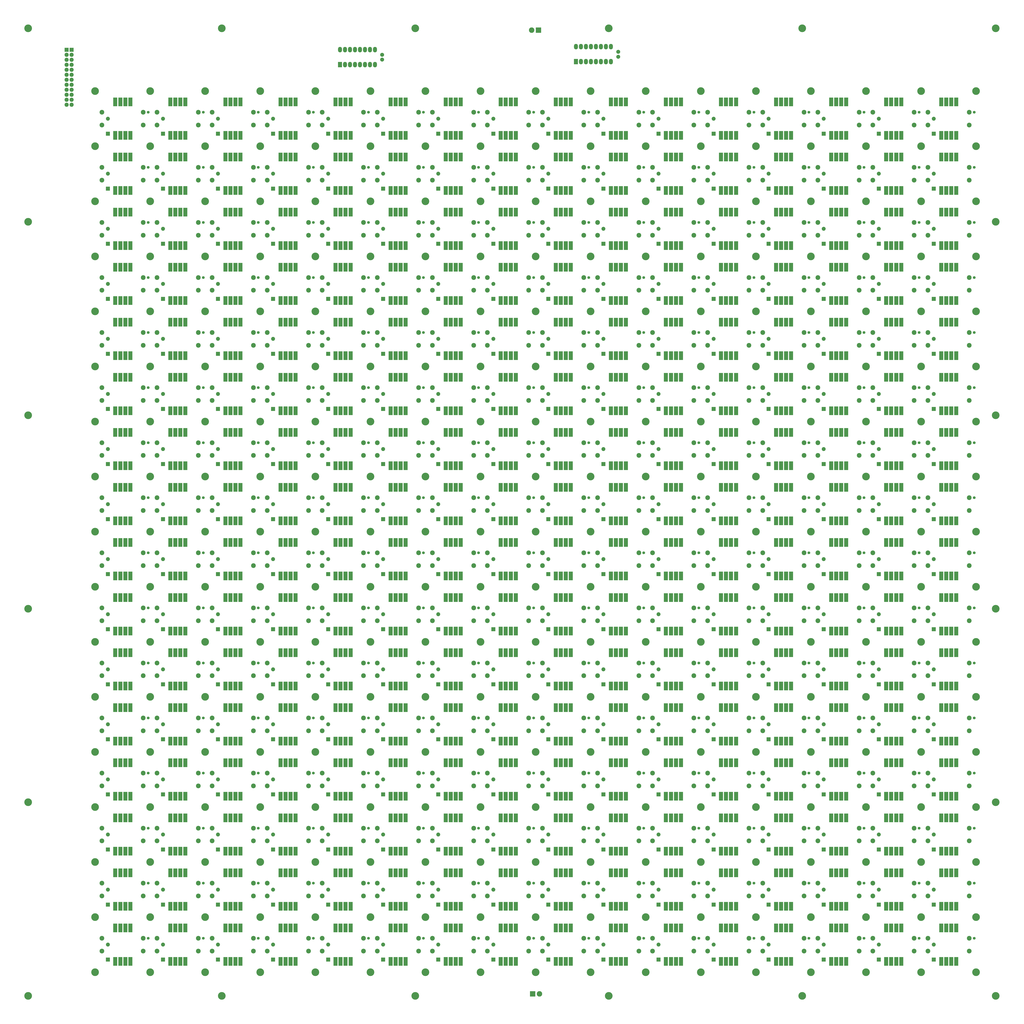
<source format=gts>
G04 #@! TF.FileFunction,Soldermask,Top*
%FSLAX46Y46*%
G04 Gerber Fmt 4.6, Leading zero omitted, Abs format (unit mm)*
G04 Created by KiCad (PCBNEW 4.0.7) date 07/19/18 21:01:57*
%MOMM*%
%LPD*%
G01*
G04 APERTURE LIST*
%ADD10C,0.100000*%
%ADD11C,3.900000*%
%ADD12C,1.400000*%
%ADD13C,2.400000*%
%ADD14O,2.000000X2.000000*%
%ADD15R,2.150000X4.400000*%
%ADD16R,2.000000X2.000000*%
%ADD17C,2.000000*%
%ADD18R,2.000000X2.800000*%
%ADD19O,2.000000X2.800000*%
%ADD20R,2.100000X2.100000*%
%ADD21O,2.100000X2.100000*%
%ADD22C,2.800000*%
%ADD23R,2.800000X2.800000*%
G04 APERTURE END LIST*
D10*
D11*
X594000000Y-497600000D03*
X594000000Y-399200000D03*
X594000000Y-300800000D03*
X594000000Y-202400000D03*
X594000000Y-596000000D03*
X495600000Y-596000000D03*
X397200000Y-596000000D03*
X298800000Y-596000000D03*
X200400000Y-596000000D03*
X102000000Y-596000000D03*
X102000000Y-497600000D03*
X102000000Y-399200000D03*
X102000000Y-300800000D03*
X102000000Y-202400000D03*
X594000000Y-104000000D03*
X495600000Y-104000000D03*
X397200000Y-104000000D03*
X298800000Y-104000000D03*
X200400000Y-104000000D03*
D12*
X163000000Y-146750000D03*
D13*
X160500000Y-146750000D03*
X160500000Y-153250000D03*
X139500000Y-153250000D03*
X139500000Y-146750000D03*
D14*
X142500000Y-149980000D03*
D15*
X146275000Y-158500000D03*
X153925000Y-158500000D03*
X148825000Y-158500000D03*
X151375000Y-158500000D03*
X151375000Y-141500000D03*
X148825000Y-141500000D03*
X153925000Y-141500000D03*
X146275000Y-141500000D03*
D16*
X142500000Y-157600000D03*
D11*
X584000000Y-584000000D03*
X556000000Y-584000000D03*
X528000000Y-584000000D03*
X500000000Y-584000000D03*
X472000000Y-584000000D03*
X444000000Y-584000000D03*
X416000000Y-584000000D03*
X388000000Y-584000000D03*
X360000000Y-584000000D03*
X332000000Y-584000000D03*
X304000000Y-584000000D03*
X276000000Y-584000000D03*
X248000000Y-584000000D03*
X220000000Y-584000000D03*
X192000000Y-584000000D03*
X164000000Y-584000000D03*
X136000000Y-584000000D03*
X584000000Y-556000000D03*
X556000000Y-556000000D03*
X528000000Y-556000000D03*
X500000000Y-556000000D03*
X472000000Y-556000000D03*
X444000000Y-556000000D03*
X416000000Y-556000000D03*
X388000000Y-556000000D03*
X360000000Y-556000000D03*
X332000000Y-556000000D03*
X304000000Y-556000000D03*
X276000000Y-556000000D03*
X248000000Y-556000000D03*
X220000000Y-556000000D03*
X192000000Y-556000000D03*
X164000000Y-556000000D03*
X136000000Y-556000000D03*
X584000000Y-528000000D03*
X556000000Y-528000000D03*
X528000000Y-528000000D03*
X500000000Y-528000000D03*
X472000000Y-528000000D03*
X444000000Y-528000000D03*
X416000000Y-528000000D03*
X388000000Y-528000000D03*
X360000000Y-528000000D03*
X332000000Y-528000000D03*
X304000000Y-528000000D03*
X276000000Y-528000000D03*
X248000000Y-528000000D03*
X220000000Y-528000000D03*
X192000000Y-528000000D03*
X164000000Y-528000000D03*
X136000000Y-528000000D03*
X584000000Y-500000000D03*
X556000000Y-500000000D03*
X528000000Y-500000000D03*
X500000000Y-500000000D03*
X472000000Y-500000000D03*
X444000000Y-500000000D03*
X416000000Y-500000000D03*
X388000000Y-500000000D03*
X360000000Y-500000000D03*
X332000000Y-500000000D03*
X304000000Y-500000000D03*
X276000000Y-500000000D03*
X248000000Y-500000000D03*
X220000000Y-500000000D03*
X192000000Y-500000000D03*
X164000000Y-500000000D03*
X136000000Y-500000000D03*
X584000000Y-472000000D03*
X556000000Y-472000000D03*
X528000000Y-472000000D03*
X500000000Y-472000000D03*
X472000000Y-472000000D03*
X444000000Y-472000000D03*
X416000000Y-472000000D03*
X388000000Y-472000000D03*
X360000000Y-472000000D03*
X332000000Y-472000000D03*
X304000000Y-472000000D03*
X276000000Y-472000000D03*
X248000000Y-472000000D03*
X220000000Y-472000000D03*
X192000000Y-472000000D03*
X164000000Y-472000000D03*
X136000000Y-472000000D03*
X584000000Y-444000000D03*
X556000000Y-444000000D03*
X528000000Y-444000000D03*
X500000000Y-444000000D03*
X472000000Y-444000000D03*
X444000000Y-444000000D03*
X416000000Y-444000000D03*
X388000000Y-444000000D03*
X360000000Y-444000000D03*
X332000000Y-444000000D03*
X304000000Y-444000000D03*
X276000000Y-444000000D03*
X248000000Y-444000000D03*
X220000000Y-444000000D03*
X192000000Y-444000000D03*
X164000000Y-444000000D03*
X136000000Y-444000000D03*
X584000000Y-416000000D03*
X556000000Y-416000000D03*
X528000000Y-416000000D03*
X500000000Y-416000000D03*
X472000000Y-416000000D03*
X444000000Y-416000000D03*
X416000000Y-416000000D03*
X388000000Y-416000000D03*
X360000000Y-416000000D03*
X332000000Y-416000000D03*
X304000000Y-416000000D03*
X276000000Y-416000000D03*
X248000000Y-416000000D03*
X220000000Y-416000000D03*
X192000000Y-416000000D03*
X164000000Y-416000000D03*
X136000000Y-416000000D03*
X584000000Y-388000000D03*
X556000000Y-388000000D03*
X528000000Y-388000000D03*
X500000000Y-388000000D03*
X472000000Y-388000000D03*
X444000000Y-388000000D03*
X416000000Y-388000000D03*
X388000000Y-388000000D03*
X360000000Y-388000000D03*
X332000000Y-388000000D03*
X304000000Y-388000000D03*
X276000000Y-388000000D03*
X248000000Y-388000000D03*
X220000000Y-388000000D03*
X192000000Y-388000000D03*
X164000000Y-388000000D03*
X136000000Y-388000000D03*
X584000000Y-360000000D03*
X556000000Y-360000000D03*
X528000000Y-360000000D03*
X500000000Y-360000000D03*
X472000000Y-360000000D03*
X444000000Y-360000000D03*
X416000000Y-360000000D03*
X388000000Y-360000000D03*
X360000000Y-360000000D03*
X332000000Y-360000000D03*
X304000000Y-360000000D03*
X276000000Y-360000000D03*
X248000000Y-360000000D03*
X220000000Y-360000000D03*
X192000000Y-360000000D03*
X164000000Y-360000000D03*
X136000000Y-360000000D03*
X584000000Y-332000000D03*
X556000000Y-332000000D03*
X528000000Y-332000000D03*
X500000000Y-332000000D03*
X472000000Y-332000000D03*
X444000000Y-332000000D03*
X416000000Y-332000000D03*
X388000000Y-332000000D03*
X360000000Y-332000000D03*
X332000000Y-332000000D03*
X304000000Y-332000000D03*
X276000000Y-332000000D03*
X248000000Y-332000000D03*
X220000000Y-332000000D03*
X192000000Y-332000000D03*
X164000000Y-332000000D03*
X136000000Y-332000000D03*
X584000000Y-304000000D03*
X556000000Y-304000000D03*
X528000000Y-304000000D03*
X500000000Y-304000000D03*
X472000000Y-304000000D03*
X444000000Y-304000000D03*
X416000000Y-304000000D03*
X388000000Y-304000000D03*
X360000000Y-304000000D03*
X332000000Y-304000000D03*
X304000000Y-304000000D03*
X276000000Y-304000000D03*
X248000000Y-304000000D03*
X220000000Y-304000000D03*
X192000000Y-304000000D03*
X164000000Y-304000000D03*
X136000000Y-304000000D03*
X584000000Y-276000000D03*
X556000000Y-276000000D03*
X528000000Y-276000000D03*
X500000000Y-276000000D03*
X472000000Y-276000000D03*
X444000000Y-276000000D03*
X416000000Y-276000000D03*
X388000000Y-276000000D03*
X360000000Y-276000000D03*
X332000000Y-276000000D03*
X304000000Y-276000000D03*
X276000000Y-276000000D03*
X248000000Y-276000000D03*
X220000000Y-276000000D03*
X192000000Y-276000000D03*
X164000000Y-276000000D03*
X136000000Y-276000000D03*
X584000000Y-248000000D03*
X556000000Y-248000000D03*
X528000000Y-248000000D03*
X500000000Y-248000000D03*
X472000000Y-248000000D03*
X444000000Y-248000000D03*
X416000000Y-248000000D03*
X388000000Y-248000000D03*
X360000000Y-248000000D03*
X332000000Y-248000000D03*
X304000000Y-248000000D03*
X276000000Y-248000000D03*
X248000000Y-248000000D03*
X220000000Y-248000000D03*
X192000000Y-248000000D03*
X164000000Y-248000000D03*
X136000000Y-248000000D03*
X584000000Y-220000000D03*
X556000000Y-220000000D03*
X528000000Y-220000000D03*
X500000000Y-220000000D03*
X472000000Y-220000000D03*
X444000000Y-220000000D03*
X416000000Y-220000000D03*
X388000000Y-220000000D03*
X360000000Y-220000000D03*
X332000000Y-220000000D03*
X304000000Y-220000000D03*
X276000000Y-220000000D03*
X248000000Y-220000000D03*
X220000000Y-220000000D03*
X192000000Y-220000000D03*
X164000000Y-220000000D03*
X136000000Y-220000000D03*
X584000000Y-192000000D03*
X556000000Y-192000000D03*
X528000000Y-192000000D03*
X500000000Y-192000000D03*
X472000000Y-192000000D03*
X444000000Y-192000000D03*
X416000000Y-192000000D03*
X388000000Y-192000000D03*
X360000000Y-192000000D03*
X332000000Y-192000000D03*
X304000000Y-192000000D03*
X276000000Y-192000000D03*
X248000000Y-192000000D03*
X220000000Y-192000000D03*
X192000000Y-192000000D03*
X164000000Y-192000000D03*
X136000000Y-192000000D03*
X584000000Y-164000000D03*
X556000000Y-164000000D03*
X528000000Y-164000000D03*
X500000000Y-164000000D03*
X472000000Y-164000000D03*
X444000000Y-164000000D03*
X416000000Y-164000000D03*
X388000000Y-164000000D03*
X360000000Y-164000000D03*
X332000000Y-164000000D03*
X304000000Y-164000000D03*
X276000000Y-164000000D03*
X248000000Y-164000000D03*
X220000000Y-164000000D03*
X192000000Y-164000000D03*
X164000000Y-164000000D03*
X136000000Y-164000000D03*
X584000000Y-136000000D03*
X556000000Y-136000000D03*
X528000000Y-136000000D03*
X500000000Y-136000000D03*
X472000000Y-136000000D03*
X444000000Y-136000000D03*
X416000000Y-136000000D03*
X388000000Y-136000000D03*
X360000000Y-136000000D03*
X332000000Y-136000000D03*
X304000000Y-136000000D03*
X276000000Y-136000000D03*
X248000000Y-136000000D03*
X220000000Y-136000000D03*
X192000000Y-136000000D03*
X164000000Y-136000000D03*
D12*
X163000000Y-174750000D03*
D13*
X160500000Y-174750000D03*
X160500000Y-181250000D03*
X139500000Y-181250000D03*
X139500000Y-174750000D03*
D14*
X142500000Y-177980000D03*
D15*
X146275000Y-186500000D03*
X153925000Y-186500000D03*
X148825000Y-186500000D03*
X151375000Y-186500000D03*
X151375000Y-169500000D03*
X148825000Y-169500000D03*
X153925000Y-169500000D03*
X146275000Y-169500000D03*
D16*
X142500000Y-185600000D03*
D12*
X163000000Y-202750000D03*
D13*
X160500000Y-202750000D03*
X160500000Y-209250000D03*
X139500000Y-209250000D03*
X139500000Y-202750000D03*
D14*
X142500000Y-205980000D03*
D15*
X146275000Y-214500000D03*
X153925000Y-214500000D03*
X148825000Y-214500000D03*
X151375000Y-214500000D03*
X151375000Y-197500000D03*
X148825000Y-197500000D03*
X153925000Y-197500000D03*
X146275000Y-197500000D03*
D16*
X142500000Y-213600000D03*
D12*
X163000000Y-230750000D03*
D13*
X160500000Y-230750000D03*
X160500000Y-237250000D03*
X139500000Y-237250000D03*
X139500000Y-230750000D03*
D14*
X142500000Y-233980000D03*
D15*
X146275000Y-242500000D03*
X153925000Y-242500000D03*
X148825000Y-242500000D03*
X151375000Y-242500000D03*
X151375000Y-225500000D03*
X148825000Y-225500000D03*
X153925000Y-225500000D03*
X146275000Y-225500000D03*
D16*
X142500000Y-241600000D03*
D12*
X163000000Y-258750000D03*
D13*
X160500000Y-258750000D03*
X160500000Y-265250000D03*
X139500000Y-265250000D03*
X139500000Y-258750000D03*
D14*
X142500000Y-261980000D03*
D15*
X146275000Y-270500000D03*
X153925000Y-270500000D03*
X148825000Y-270500000D03*
X151375000Y-270500000D03*
X151375000Y-253500000D03*
X148825000Y-253500000D03*
X153925000Y-253500000D03*
X146275000Y-253500000D03*
D16*
X142500000Y-269600000D03*
D12*
X163000000Y-286750000D03*
D13*
X160500000Y-286750000D03*
X160500000Y-293250000D03*
X139500000Y-293250000D03*
X139500000Y-286750000D03*
D14*
X142500000Y-289980000D03*
D15*
X146275000Y-298500000D03*
X153925000Y-298500000D03*
X148825000Y-298500000D03*
X151375000Y-298500000D03*
X151375000Y-281500000D03*
X148825000Y-281500000D03*
X153925000Y-281500000D03*
X146275000Y-281500000D03*
D16*
X142500000Y-297600000D03*
D12*
X163000000Y-314750000D03*
D13*
X160500000Y-314750000D03*
X160500000Y-321250000D03*
X139500000Y-321250000D03*
X139500000Y-314750000D03*
D14*
X142500000Y-317980000D03*
D15*
X146275000Y-326500000D03*
X153925000Y-326500000D03*
X148825000Y-326500000D03*
X151375000Y-326500000D03*
X151375000Y-309500000D03*
X148825000Y-309500000D03*
X153925000Y-309500000D03*
X146275000Y-309500000D03*
D16*
X142500000Y-325600000D03*
D12*
X163000000Y-342750000D03*
D13*
X160500000Y-342750000D03*
X160500000Y-349250000D03*
X139500000Y-349250000D03*
X139500000Y-342750000D03*
D14*
X142500000Y-345980000D03*
D15*
X146275000Y-354500000D03*
X153925000Y-354500000D03*
X148825000Y-354500000D03*
X151375000Y-354500000D03*
X151375000Y-337500000D03*
X148825000Y-337500000D03*
X153925000Y-337500000D03*
X146275000Y-337500000D03*
D16*
X142500000Y-353600000D03*
D12*
X163000000Y-370750000D03*
D13*
X160500000Y-370750000D03*
X160500000Y-377250000D03*
X139500000Y-377250000D03*
X139500000Y-370750000D03*
D14*
X142500000Y-373980000D03*
D15*
X146275000Y-382500000D03*
X153925000Y-382500000D03*
X148825000Y-382500000D03*
X151375000Y-382500000D03*
X151375000Y-365500000D03*
X148825000Y-365500000D03*
X153925000Y-365500000D03*
X146275000Y-365500000D03*
D16*
X142500000Y-381600000D03*
D12*
X163000000Y-398750000D03*
D13*
X160500000Y-398750000D03*
X160500000Y-405250000D03*
X139500000Y-405250000D03*
X139500000Y-398750000D03*
D14*
X142500000Y-401980000D03*
D15*
X146275000Y-410500000D03*
X153925000Y-410500000D03*
X148825000Y-410500000D03*
X151375000Y-410500000D03*
X151375000Y-393500000D03*
X148825000Y-393500000D03*
X153925000Y-393500000D03*
X146275000Y-393500000D03*
D16*
X142500000Y-409600000D03*
D12*
X163000000Y-426750000D03*
D13*
X160500000Y-426750000D03*
X160500000Y-433250000D03*
X139500000Y-433250000D03*
X139500000Y-426750000D03*
D14*
X142500000Y-429980000D03*
D15*
X146275000Y-438500000D03*
X153925000Y-438500000D03*
X148825000Y-438500000D03*
X151375000Y-438500000D03*
X151375000Y-421500000D03*
X148825000Y-421500000D03*
X153925000Y-421500000D03*
X146275000Y-421500000D03*
D16*
X142500000Y-437600000D03*
D12*
X163000000Y-454750000D03*
D13*
X160500000Y-454750000D03*
X160500000Y-461250000D03*
X139500000Y-461250000D03*
X139500000Y-454750000D03*
D14*
X142500000Y-457980000D03*
D15*
X146275000Y-466500000D03*
X153925000Y-466500000D03*
X148825000Y-466500000D03*
X151375000Y-466500000D03*
X151375000Y-449500000D03*
X148825000Y-449500000D03*
X153925000Y-449500000D03*
X146275000Y-449500000D03*
D16*
X142500000Y-465600000D03*
D12*
X163000000Y-482750000D03*
D13*
X160500000Y-482750000D03*
X160500000Y-489250000D03*
X139500000Y-489250000D03*
X139500000Y-482750000D03*
D14*
X142500000Y-485980000D03*
D15*
X146275000Y-494500000D03*
X153925000Y-494500000D03*
X148825000Y-494500000D03*
X151375000Y-494500000D03*
X151375000Y-477500000D03*
X148825000Y-477500000D03*
X153925000Y-477500000D03*
X146275000Y-477500000D03*
D16*
X142500000Y-493600000D03*
D12*
X163000000Y-510750000D03*
D13*
X160500000Y-510750000D03*
X160500000Y-517250000D03*
X139500000Y-517250000D03*
X139500000Y-510750000D03*
D14*
X142500000Y-513980000D03*
D15*
X146275000Y-522500000D03*
X153925000Y-522500000D03*
X148825000Y-522500000D03*
X151375000Y-522500000D03*
X151375000Y-505500000D03*
X148825000Y-505500000D03*
X153925000Y-505500000D03*
X146275000Y-505500000D03*
D16*
X142500000Y-521600000D03*
D12*
X163000000Y-538750000D03*
D13*
X160500000Y-538750000D03*
X160500000Y-545250000D03*
X139500000Y-545250000D03*
X139500000Y-538750000D03*
D14*
X142500000Y-541980000D03*
D15*
X146275000Y-550500000D03*
X153925000Y-550500000D03*
X148825000Y-550500000D03*
X151375000Y-550500000D03*
X151375000Y-533500000D03*
X148825000Y-533500000D03*
X153925000Y-533500000D03*
X146275000Y-533500000D03*
D16*
X142500000Y-549600000D03*
D12*
X163000000Y-566750000D03*
D13*
X160500000Y-566750000D03*
X160500000Y-573250000D03*
X139500000Y-573250000D03*
X139500000Y-566750000D03*
D14*
X142500000Y-569980000D03*
D15*
X146275000Y-578500000D03*
X153925000Y-578500000D03*
X148825000Y-578500000D03*
X151375000Y-578500000D03*
X151375000Y-561500000D03*
X148825000Y-561500000D03*
X153925000Y-561500000D03*
X146275000Y-561500000D03*
D16*
X142500000Y-577600000D03*
D12*
X191000000Y-146750000D03*
D13*
X188500000Y-146750000D03*
X188500000Y-153250000D03*
X167500000Y-153250000D03*
X167500000Y-146750000D03*
D14*
X170500000Y-149980000D03*
D15*
X174275000Y-158500000D03*
X181925000Y-158500000D03*
X176825000Y-158500000D03*
X179375000Y-158500000D03*
X179375000Y-141500000D03*
X176825000Y-141500000D03*
X181925000Y-141500000D03*
X174275000Y-141500000D03*
D16*
X170500000Y-157600000D03*
D12*
X191000000Y-174750000D03*
D13*
X188500000Y-174750000D03*
X188500000Y-181250000D03*
X167500000Y-181250000D03*
X167500000Y-174750000D03*
D14*
X170500000Y-177980000D03*
D15*
X174275000Y-186500000D03*
X181925000Y-186500000D03*
X176825000Y-186500000D03*
X179375000Y-186500000D03*
X179375000Y-169500000D03*
X176825000Y-169500000D03*
X181925000Y-169500000D03*
X174275000Y-169500000D03*
D16*
X170500000Y-185600000D03*
D12*
X191000000Y-202750000D03*
D13*
X188500000Y-202750000D03*
X188500000Y-209250000D03*
X167500000Y-209250000D03*
X167500000Y-202750000D03*
D14*
X170500000Y-205980000D03*
D15*
X174275000Y-214500000D03*
X181925000Y-214500000D03*
X176825000Y-214500000D03*
X179375000Y-214500000D03*
X179375000Y-197500000D03*
X176825000Y-197500000D03*
X181925000Y-197500000D03*
X174275000Y-197500000D03*
D16*
X170500000Y-213600000D03*
D12*
X191000000Y-230750000D03*
D13*
X188500000Y-230750000D03*
X188500000Y-237250000D03*
X167500000Y-237250000D03*
X167500000Y-230750000D03*
D14*
X170500000Y-233980000D03*
D15*
X174275000Y-242500000D03*
X181925000Y-242500000D03*
X176825000Y-242500000D03*
X179375000Y-242500000D03*
X179375000Y-225500000D03*
X176825000Y-225500000D03*
X181925000Y-225500000D03*
X174275000Y-225500000D03*
D16*
X170500000Y-241600000D03*
D12*
X191000000Y-258750000D03*
D13*
X188500000Y-258750000D03*
X188500000Y-265250000D03*
X167500000Y-265250000D03*
X167500000Y-258750000D03*
D14*
X170500000Y-261980000D03*
D15*
X174275000Y-270500000D03*
X181925000Y-270500000D03*
X176825000Y-270500000D03*
X179375000Y-270500000D03*
X179375000Y-253500000D03*
X176825000Y-253500000D03*
X181925000Y-253500000D03*
X174275000Y-253500000D03*
D16*
X170500000Y-269600000D03*
D12*
X191000000Y-286750000D03*
D13*
X188500000Y-286750000D03*
X188500000Y-293250000D03*
X167500000Y-293250000D03*
X167500000Y-286750000D03*
D14*
X170500000Y-289980000D03*
D15*
X174275000Y-298500000D03*
X181925000Y-298500000D03*
X176825000Y-298500000D03*
X179375000Y-298500000D03*
X179375000Y-281500000D03*
X176825000Y-281500000D03*
X181925000Y-281500000D03*
X174275000Y-281500000D03*
D16*
X170500000Y-297600000D03*
D12*
X191000000Y-314750000D03*
D13*
X188500000Y-314750000D03*
X188500000Y-321250000D03*
X167500000Y-321250000D03*
X167500000Y-314750000D03*
D14*
X170500000Y-317980000D03*
D15*
X174275000Y-326500000D03*
X181925000Y-326500000D03*
X176825000Y-326500000D03*
X179375000Y-326500000D03*
X179375000Y-309500000D03*
X176825000Y-309500000D03*
X181925000Y-309500000D03*
X174275000Y-309500000D03*
D16*
X170500000Y-325600000D03*
D12*
X191000000Y-342750000D03*
D13*
X188500000Y-342750000D03*
X188500000Y-349250000D03*
X167500000Y-349250000D03*
X167500000Y-342750000D03*
D14*
X170500000Y-345980000D03*
D15*
X174275000Y-354500000D03*
X181925000Y-354500000D03*
X176825000Y-354500000D03*
X179375000Y-354500000D03*
X179375000Y-337500000D03*
X176825000Y-337500000D03*
X181925000Y-337500000D03*
X174275000Y-337500000D03*
D16*
X170500000Y-353600000D03*
D12*
X191000000Y-370750000D03*
D13*
X188500000Y-370750000D03*
X188500000Y-377250000D03*
X167500000Y-377250000D03*
X167500000Y-370750000D03*
D14*
X170500000Y-373980000D03*
D15*
X174275000Y-382500000D03*
X181925000Y-382500000D03*
X176825000Y-382500000D03*
X179375000Y-382500000D03*
X179375000Y-365500000D03*
X176825000Y-365500000D03*
X181925000Y-365500000D03*
X174275000Y-365500000D03*
D16*
X170500000Y-381600000D03*
D12*
X191000000Y-398750000D03*
D13*
X188500000Y-398750000D03*
X188500000Y-405250000D03*
X167500000Y-405250000D03*
X167500000Y-398750000D03*
D14*
X170500000Y-401980000D03*
D15*
X174275000Y-410500000D03*
X181925000Y-410500000D03*
X176825000Y-410500000D03*
X179375000Y-410500000D03*
X179375000Y-393500000D03*
X176825000Y-393500000D03*
X181925000Y-393500000D03*
X174275000Y-393500000D03*
D16*
X170500000Y-409600000D03*
D12*
X191000000Y-426750000D03*
D13*
X188500000Y-426750000D03*
X188500000Y-433250000D03*
X167500000Y-433250000D03*
X167500000Y-426750000D03*
D14*
X170500000Y-429980000D03*
D15*
X174275000Y-438500000D03*
X181925000Y-438500000D03*
X176825000Y-438500000D03*
X179375000Y-438500000D03*
X179375000Y-421500000D03*
X176825000Y-421500000D03*
X181925000Y-421500000D03*
X174275000Y-421500000D03*
D16*
X170500000Y-437600000D03*
D12*
X191000000Y-454750000D03*
D13*
X188500000Y-454750000D03*
X188500000Y-461250000D03*
X167500000Y-461250000D03*
X167500000Y-454750000D03*
D14*
X170500000Y-457980000D03*
D15*
X174275000Y-466500000D03*
X181925000Y-466500000D03*
X176825000Y-466500000D03*
X179375000Y-466500000D03*
X179375000Y-449500000D03*
X176825000Y-449500000D03*
X181925000Y-449500000D03*
X174275000Y-449500000D03*
D16*
X170500000Y-465600000D03*
D12*
X191000000Y-482750000D03*
D13*
X188500000Y-482750000D03*
X188500000Y-489250000D03*
X167500000Y-489250000D03*
X167500000Y-482750000D03*
D14*
X170500000Y-485980000D03*
D15*
X174275000Y-494500000D03*
X181925000Y-494500000D03*
X176825000Y-494500000D03*
X179375000Y-494500000D03*
X179375000Y-477500000D03*
X176825000Y-477500000D03*
X181925000Y-477500000D03*
X174275000Y-477500000D03*
D16*
X170500000Y-493600000D03*
D12*
X191000000Y-510750000D03*
D13*
X188500000Y-510750000D03*
X188500000Y-517250000D03*
X167500000Y-517250000D03*
X167500000Y-510750000D03*
D14*
X170500000Y-513980000D03*
D15*
X174275000Y-522500000D03*
X181925000Y-522500000D03*
X176825000Y-522500000D03*
X179375000Y-522500000D03*
X179375000Y-505500000D03*
X176825000Y-505500000D03*
X181925000Y-505500000D03*
X174275000Y-505500000D03*
D16*
X170500000Y-521600000D03*
D12*
X191000000Y-538750000D03*
D13*
X188500000Y-538750000D03*
X188500000Y-545250000D03*
X167500000Y-545250000D03*
X167500000Y-538750000D03*
D14*
X170500000Y-541980000D03*
D15*
X174275000Y-550500000D03*
X181925000Y-550500000D03*
X176825000Y-550500000D03*
X179375000Y-550500000D03*
X179375000Y-533500000D03*
X176825000Y-533500000D03*
X181925000Y-533500000D03*
X174275000Y-533500000D03*
D16*
X170500000Y-549600000D03*
D12*
X191000000Y-566750000D03*
D13*
X188500000Y-566750000D03*
X188500000Y-573250000D03*
X167500000Y-573250000D03*
X167500000Y-566750000D03*
D14*
X170500000Y-569980000D03*
D15*
X174275000Y-578500000D03*
X181925000Y-578500000D03*
X176825000Y-578500000D03*
X179375000Y-578500000D03*
X179375000Y-561500000D03*
X176825000Y-561500000D03*
X181925000Y-561500000D03*
X174275000Y-561500000D03*
D16*
X170500000Y-577600000D03*
D12*
X219000000Y-146750000D03*
D13*
X216500000Y-146750000D03*
X216500000Y-153250000D03*
X195500000Y-153250000D03*
X195500000Y-146750000D03*
D14*
X198500000Y-149980000D03*
D15*
X202275000Y-158500000D03*
X209925000Y-158500000D03*
X204825000Y-158500000D03*
X207375000Y-158500000D03*
X207375000Y-141500000D03*
X204825000Y-141500000D03*
X209925000Y-141500000D03*
X202275000Y-141500000D03*
D16*
X198500000Y-157600000D03*
D12*
X219000000Y-174750000D03*
D13*
X216500000Y-174750000D03*
X216500000Y-181250000D03*
X195500000Y-181250000D03*
X195500000Y-174750000D03*
D14*
X198500000Y-177980000D03*
D15*
X202275000Y-186500000D03*
X209925000Y-186500000D03*
X204825000Y-186500000D03*
X207375000Y-186500000D03*
X207375000Y-169500000D03*
X204825000Y-169500000D03*
X209925000Y-169500000D03*
X202275000Y-169500000D03*
D16*
X198500000Y-185600000D03*
D12*
X219000000Y-202750000D03*
D13*
X216500000Y-202750000D03*
X216500000Y-209250000D03*
X195500000Y-209250000D03*
X195500000Y-202750000D03*
D14*
X198500000Y-205980000D03*
D15*
X202275000Y-214500000D03*
X209925000Y-214500000D03*
X204825000Y-214500000D03*
X207375000Y-214500000D03*
X207375000Y-197500000D03*
X204825000Y-197500000D03*
X209925000Y-197500000D03*
X202275000Y-197500000D03*
D16*
X198500000Y-213600000D03*
D12*
X219000000Y-230750000D03*
D13*
X216500000Y-230750000D03*
X216500000Y-237250000D03*
X195500000Y-237250000D03*
X195500000Y-230750000D03*
D14*
X198500000Y-233980000D03*
D15*
X202275000Y-242500000D03*
X209925000Y-242500000D03*
X204825000Y-242500000D03*
X207375000Y-242500000D03*
X207375000Y-225500000D03*
X204825000Y-225500000D03*
X209925000Y-225500000D03*
X202275000Y-225500000D03*
D16*
X198500000Y-241600000D03*
D12*
X219000000Y-258750000D03*
D13*
X216500000Y-258750000D03*
X216500000Y-265250000D03*
X195500000Y-265250000D03*
X195500000Y-258750000D03*
D14*
X198500000Y-261980000D03*
D15*
X202275000Y-270500000D03*
X209925000Y-270500000D03*
X204825000Y-270500000D03*
X207375000Y-270500000D03*
X207375000Y-253500000D03*
X204825000Y-253500000D03*
X209925000Y-253500000D03*
X202275000Y-253500000D03*
D16*
X198500000Y-269600000D03*
D12*
X219000000Y-286750000D03*
D13*
X216500000Y-286750000D03*
X216500000Y-293250000D03*
X195500000Y-293250000D03*
X195500000Y-286750000D03*
D14*
X198500000Y-289980000D03*
D15*
X202275000Y-298500000D03*
X209925000Y-298500000D03*
X204825000Y-298500000D03*
X207375000Y-298500000D03*
X207375000Y-281500000D03*
X204825000Y-281500000D03*
X209925000Y-281500000D03*
X202275000Y-281500000D03*
D16*
X198500000Y-297600000D03*
D12*
X219000000Y-314750000D03*
D13*
X216500000Y-314750000D03*
X216500000Y-321250000D03*
X195500000Y-321250000D03*
X195500000Y-314750000D03*
D14*
X198500000Y-317980000D03*
D15*
X202275000Y-326500000D03*
X209925000Y-326500000D03*
X204825000Y-326500000D03*
X207375000Y-326500000D03*
X207375000Y-309500000D03*
X204825000Y-309500000D03*
X209925000Y-309500000D03*
X202275000Y-309500000D03*
D16*
X198500000Y-325600000D03*
D12*
X219000000Y-342750000D03*
D13*
X216500000Y-342750000D03*
X216500000Y-349250000D03*
X195500000Y-349250000D03*
X195500000Y-342750000D03*
D14*
X198500000Y-345980000D03*
D15*
X202275000Y-354500000D03*
X209925000Y-354500000D03*
X204825000Y-354500000D03*
X207375000Y-354500000D03*
X207375000Y-337500000D03*
X204825000Y-337500000D03*
X209925000Y-337500000D03*
X202275000Y-337500000D03*
D16*
X198500000Y-353600000D03*
D12*
X219000000Y-370750000D03*
D13*
X216500000Y-370750000D03*
X216500000Y-377250000D03*
X195500000Y-377250000D03*
X195500000Y-370750000D03*
D14*
X198500000Y-373980000D03*
D15*
X202275000Y-382500000D03*
X209925000Y-382500000D03*
X204825000Y-382500000D03*
X207375000Y-382500000D03*
X207375000Y-365500000D03*
X204825000Y-365500000D03*
X209925000Y-365500000D03*
X202275000Y-365500000D03*
D16*
X198500000Y-381600000D03*
D12*
X219000000Y-398750000D03*
D13*
X216500000Y-398750000D03*
X216500000Y-405250000D03*
X195500000Y-405250000D03*
X195500000Y-398750000D03*
D14*
X198500000Y-401980000D03*
D15*
X202275000Y-410500000D03*
X209925000Y-410500000D03*
X204825000Y-410500000D03*
X207375000Y-410500000D03*
X207375000Y-393500000D03*
X204825000Y-393500000D03*
X209925000Y-393500000D03*
X202275000Y-393500000D03*
D16*
X198500000Y-409600000D03*
D12*
X219000000Y-426750000D03*
D13*
X216500000Y-426750000D03*
X216500000Y-433250000D03*
X195500000Y-433250000D03*
X195500000Y-426750000D03*
D14*
X198500000Y-429980000D03*
D15*
X202275000Y-438500000D03*
X209925000Y-438500000D03*
X204825000Y-438500000D03*
X207375000Y-438500000D03*
X207375000Y-421500000D03*
X204825000Y-421500000D03*
X209925000Y-421500000D03*
X202275000Y-421500000D03*
D16*
X198500000Y-437600000D03*
D12*
X219000000Y-454750000D03*
D13*
X216500000Y-454750000D03*
X216500000Y-461250000D03*
X195500000Y-461250000D03*
X195500000Y-454750000D03*
D14*
X198500000Y-457980000D03*
D15*
X202275000Y-466500000D03*
X209925000Y-466500000D03*
X204825000Y-466500000D03*
X207375000Y-466500000D03*
X207375000Y-449500000D03*
X204825000Y-449500000D03*
X209925000Y-449500000D03*
X202275000Y-449500000D03*
D16*
X198500000Y-465600000D03*
D12*
X219000000Y-482750000D03*
D13*
X216500000Y-482750000D03*
X216500000Y-489250000D03*
X195500000Y-489250000D03*
X195500000Y-482750000D03*
D14*
X198500000Y-485980000D03*
D15*
X202275000Y-494500000D03*
X209925000Y-494500000D03*
X204825000Y-494500000D03*
X207375000Y-494500000D03*
X207375000Y-477500000D03*
X204825000Y-477500000D03*
X209925000Y-477500000D03*
X202275000Y-477500000D03*
D16*
X198500000Y-493600000D03*
D12*
X219000000Y-510750000D03*
D13*
X216500000Y-510750000D03*
X216500000Y-517250000D03*
X195500000Y-517250000D03*
X195500000Y-510750000D03*
D14*
X198500000Y-513980000D03*
D15*
X202275000Y-522500000D03*
X209925000Y-522500000D03*
X204825000Y-522500000D03*
X207375000Y-522500000D03*
X207375000Y-505500000D03*
X204825000Y-505500000D03*
X209925000Y-505500000D03*
X202275000Y-505500000D03*
D16*
X198500000Y-521600000D03*
D12*
X219000000Y-538750000D03*
D13*
X216500000Y-538750000D03*
X216500000Y-545250000D03*
X195500000Y-545250000D03*
X195500000Y-538750000D03*
D14*
X198500000Y-541980000D03*
D15*
X202275000Y-550500000D03*
X209925000Y-550500000D03*
X204825000Y-550500000D03*
X207375000Y-550500000D03*
X207375000Y-533500000D03*
X204825000Y-533500000D03*
X209925000Y-533500000D03*
X202275000Y-533500000D03*
D16*
X198500000Y-549600000D03*
D12*
X219000000Y-566750000D03*
D13*
X216500000Y-566750000D03*
X216500000Y-573250000D03*
X195500000Y-573250000D03*
X195500000Y-566750000D03*
D14*
X198500000Y-569980000D03*
D15*
X202275000Y-578500000D03*
X209925000Y-578500000D03*
X204825000Y-578500000D03*
X207375000Y-578500000D03*
X207375000Y-561500000D03*
X204825000Y-561500000D03*
X209925000Y-561500000D03*
X202275000Y-561500000D03*
D16*
X198500000Y-577600000D03*
D12*
X247000000Y-146750000D03*
D13*
X244500000Y-146750000D03*
X244500000Y-153250000D03*
X223500000Y-153250000D03*
X223500000Y-146750000D03*
D14*
X226500000Y-149980000D03*
D15*
X230275000Y-158500000D03*
X237925000Y-158500000D03*
X232825000Y-158500000D03*
X235375000Y-158500000D03*
X235375000Y-141500000D03*
X232825000Y-141500000D03*
X237925000Y-141500000D03*
X230275000Y-141500000D03*
D16*
X226500000Y-157600000D03*
D12*
X247000000Y-174750000D03*
D13*
X244500000Y-174750000D03*
X244500000Y-181250000D03*
X223500000Y-181250000D03*
X223500000Y-174750000D03*
D14*
X226500000Y-177980000D03*
D15*
X230275000Y-186500000D03*
X237925000Y-186500000D03*
X232825000Y-186500000D03*
X235375000Y-186500000D03*
X235375000Y-169500000D03*
X232825000Y-169500000D03*
X237925000Y-169500000D03*
X230275000Y-169500000D03*
D16*
X226500000Y-185600000D03*
D12*
X247000000Y-202750000D03*
D13*
X244500000Y-202750000D03*
X244500000Y-209250000D03*
X223500000Y-209250000D03*
X223500000Y-202750000D03*
D14*
X226500000Y-205980000D03*
D15*
X230275000Y-214500000D03*
X237925000Y-214500000D03*
X232825000Y-214500000D03*
X235375000Y-214500000D03*
X235375000Y-197500000D03*
X232825000Y-197500000D03*
X237925000Y-197500000D03*
X230275000Y-197500000D03*
D16*
X226500000Y-213600000D03*
D12*
X247000000Y-230750000D03*
D13*
X244500000Y-230750000D03*
X244500000Y-237250000D03*
X223500000Y-237250000D03*
X223500000Y-230750000D03*
D14*
X226500000Y-233980000D03*
D15*
X230275000Y-242500000D03*
X237925000Y-242500000D03*
X232825000Y-242500000D03*
X235375000Y-242500000D03*
X235375000Y-225500000D03*
X232825000Y-225500000D03*
X237925000Y-225500000D03*
X230275000Y-225500000D03*
D16*
X226500000Y-241600000D03*
D12*
X247000000Y-258750000D03*
D13*
X244500000Y-258750000D03*
X244500000Y-265250000D03*
X223500000Y-265250000D03*
X223500000Y-258750000D03*
D14*
X226500000Y-261980000D03*
D15*
X230275000Y-270500000D03*
X237925000Y-270500000D03*
X232825000Y-270500000D03*
X235375000Y-270500000D03*
X235375000Y-253500000D03*
X232825000Y-253500000D03*
X237925000Y-253500000D03*
X230275000Y-253500000D03*
D16*
X226500000Y-269600000D03*
D12*
X247000000Y-286750000D03*
D13*
X244500000Y-286750000D03*
X244500000Y-293250000D03*
X223500000Y-293250000D03*
X223500000Y-286750000D03*
D14*
X226500000Y-289980000D03*
D15*
X230275000Y-298500000D03*
X237925000Y-298500000D03*
X232825000Y-298500000D03*
X235375000Y-298500000D03*
X235375000Y-281500000D03*
X232825000Y-281500000D03*
X237925000Y-281500000D03*
X230275000Y-281500000D03*
D16*
X226500000Y-297600000D03*
D12*
X247000000Y-314750000D03*
D13*
X244500000Y-314750000D03*
X244500000Y-321250000D03*
X223500000Y-321250000D03*
X223500000Y-314750000D03*
D14*
X226500000Y-317980000D03*
D15*
X230275000Y-326500000D03*
X237925000Y-326500000D03*
X232825000Y-326500000D03*
X235375000Y-326500000D03*
X235375000Y-309500000D03*
X232825000Y-309500000D03*
X237925000Y-309500000D03*
X230275000Y-309500000D03*
D16*
X226500000Y-325600000D03*
D12*
X247000000Y-342750000D03*
D13*
X244500000Y-342750000D03*
X244500000Y-349250000D03*
X223500000Y-349250000D03*
X223500000Y-342750000D03*
D14*
X226500000Y-345980000D03*
D15*
X230275000Y-354500000D03*
X237925000Y-354500000D03*
X232825000Y-354500000D03*
X235375000Y-354500000D03*
X235375000Y-337500000D03*
X232825000Y-337500000D03*
X237925000Y-337500000D03*
X230275000Y-337500000D03*
D16*
X226500000Y-353600000D03*
D12*
X247000000Y-370750000D03*
D13*
X244500000Y-370750000D03*
X244500000Y-377250000D03*
X223500000Y-377250000D03*
X223500000Y-370750000D03*
D14*
X226500000Y-373980000D03*
D15*
X230275000Y-382500000D03*
X237925000Y-382500000D03*
X232825000Y-382500000D03*
X235375000Y-382500000D03*
X235375000Y-365500000D03*
X232825000Y-365500000D03*
X237925000Y-365500000D03*
X230275000Y-365500000D03*
D16*
X226500000Y-381600000D03*
D12*
X247000000Y-398750000D03*
D13*
X244500000Y-398750000D03*
X244500000Y-405250000D03*
X223500000Y-405250000D03*
X223500000Y-398750000D03*
D14*
X226500000Y-401980000D03*
D15*
X230275000Y-410500000D03*
X237925000Y-410500000D03*
X232825000Y-410500000D03*
X235375000Y-410500000D03*
X235375000Y-393500000D03*
X232825000Y-393500000D03*
X237925000Y-393500000D03*
X230275000Y-393500000D03*
D16*
X226500000Y-409600000D03*
D12*
X247000000Y-426750000D03*
D13*
X244500000Y-426750000D03*
X244500000Y-433250000D03*
X223500000Y-433250000D03*
X223500000Y-426750000D03*
D14*
X226500000Y-429980000D03*
D15*
X230275000Y-438500000D03*
X237925000Y-438500000D03*
X232825000Y-438500000D03*
X235375000Y-438500000D03*
X235375000Y-421500000D03*
X232825000Y-421500000D03*
X237925000Y-421500000D03*
X230275000Y-421500000D03*
D16*
X226500000Y-437600000D03*
D12*
X247000000Y-454750000D03*
D13*
X244500000Y-454750000D03*
X244500000Y-461250000D03*
X223500000Y-461250000D03*
X223500000Y-454750000D03*
D14*
X226500000Y-457980000D03*
D15*
X230275000Y-466500000D03*
X237925000Y-466500000D03*
X232825000Y-466500000D03*
X235375000Y-466500000D03*
X235375000Y-449500000D03*
X232825000Y-449500000D03*
X237925000Y-449500000D03*
X230275000Y-449500000D03*
D16*
X226500000Y-465600000D03*
D12*
X247000000Y-482750000D03*
D13*
X244500000Y-482750000D03*
X244500000Y-489250000D03*
X223500000Y-489250000D03*
X223500000Y-482750000D03*
D14*
X226500000Y-485980000D03*
D15*
X230275000Y-494500000D03*
X237925000Y-494500000D03*
X232825000Y-494500000D03*
X235375000Y-494500000D03*
X235375000Y-477500000D03*
X232825000Y-477500000D03*
X237925000Y-477500000D03*
X230275000Y-477500000D03*
D16*
X226500000Y-493600000D03*
D12*
X247000000Y-510750000D03*
D13*
X244500000Y-510750000D03*
X244500000Y-517250000D03*
X223500000Y-517250000D03*
X223500000Y-510750000D03*
D14*
X226500000Y-513980000D03*
D15*
X230275000Y-522500000D03*
X237925000Y-522500000D03*
X232825000Y-522500000D03*
X235375000Y-522500000D03*
X235375000Y-505500000D03*
X232825000Y-505500000D03*
X237925000Y-505500000D03*
X230275000Y-505500000D03*
D16*
X226500000Y-521600000D03*
D12*
X247000000Y-538750000D03*
D13*
X244500000Y-538750000D03*
X244500000Y-545250000D03*
X223500000Y-545250000D03*
X223500000Y-538750000D03*
D14*
X226500000Y-541980000D03*
D15*
X230275000Y-550500000D03*
X237925000Y-550500000D03*
X232825000Y-550500000D03*
X235375000Y-550500000D03*
X235375000Y-533500000D03*
X232825000Y-533500000D03*
X237925000Y-533500000D03*
X230275000Y-533500000D03*
D16*
X226500000Y-549600000D03*
D12*
X247000000Y-566750000D03*
D13*
X244500000Y-566750000D03*
X244500000Y-573250000D03*
X223500000Y-573250000D03*
X223500000Y-566750000D03*
D14*
X226500000Y-569980000D03*
D15*
X230275000Y-578500000D03*
X237925000Y-578500000D03*
X232825000Y-578500000D03*
X235375000Y-578500000D03*
X235375000Y-561500000D03*
X232825000Y-561500000D03*
X237925000Y-561500000D03*
X230275000Y-561500000D03*
D16*
X226500000Y-577600000D03*
D12*
X275000000Y-146750000D03*
D13*
X272500000Y-146750000D03*
X272500000Y-153250000D03*
X251500000Y-153250000D03*
X251500000Y-146750000D03*
D14*
X254500000Y-149980000D03*
D15*
X258275000Y-158500000D03*
X265925000Y-158500000D03*
X260825000Y-158500000D03*
X263375000Y-158500000D03*
X263375000Y-141500000D03*
X260825000Y-141500000D03*
X265925000Y-141500000D03*
X258275000Y-141500000D03*
D16*
X254500000Y-157600000D03*
D12*
X275000000Y-174750000D03*
D13*
X272500000Y-174750000D03*
X272500000Y-181250000D03*
X251500000Y-181250000D03*
X251500000Y-174750000D03*
D14*
X254500000Y-177980000D03*
D15*
X258275000Y-186500000D03*
X265925000Y-186500000D03*
X260825000Y-186500000D03*
X263375000Y-186500000D03*
X263375000Y-169500000D03*
X260825000Y-169500000D03*
X265925000Y-169500000D03*
X258275000Y-169500000D03*
D16*
X254500000Y-185600000D03*
D12*
X275000000Y-202750000D03*
D13*
X272500000Y-202750000D03*
X272500000Y-209250000D03*
X251500000Y-209250000D03*
X251500000Y-202750000D03*
D14*
X254500000Y-205980000D03*
D15*
X258275000Y-214500000D03*
X265925000Y-214500000D03*
X260825000Y-214500000D03*
X263375000Y-214500000D03*
X263375000Y-197500000D03*
X260825000Y-197500000D03*
X265925000Y-197500000D03*
X258275000Y-197500000D03*
D16*
X254500000Y-213600000D03*
D12*
X275000000Y-230750000D03*
D13*
X272500000Y-230750000D03*
X272500000Y-237250000D03*
X251500000Y-237250000D03*
X251500000Y-230750000D03*
D14*
X254500000Y-233980000D03*
D15*
X258275000Y-242500000D03*
X265925000Y-242500000D03*
X260825000Y-242500000D03*
X263375000Y-242500000D03*
X263375000Y-225500000D03*
X260825000Y-225500000D03*
X265925000Y-225500000D03*
X258275000Y-225500000D03*
D16*
X254500000Y-241600000D03*
D12*
X275000000Y-258750000D03*
D13*
X272500000Y-258750000D03*
X272500000Y-265250000D03*
X251500000Y-265250000D03*
X251500000Y-258750000D03*
D14*
X254500000Y-261980000D03*
D15*
X258275000Y-270500000D03*
X265925000Y-270500000D03*
X260825000Y-270500000D03*
X263375000Y-270500000D03*
X263375000Y-253500000D03*
X260825000Y-253500000D03*
X265925000Y-253500000D03*
X258275000Y-253500000D03*
D16*
X254500000Y-269600000D03*
D12*
X275000000Y-286750000D03*
D13*
X272500000Y-286750000D03*
X272500000Y-293250000D03*
X251500000Y-293250000D03*
X251500000Y-286750000D03*
D14*
X254500000Y-289980000D03*
D15*
X258275000Y-298500000D03*
X265925000Y-298500000D03*
X260825000Y-298500000D03*
X263375000Y-298500000D03*
X263375000Y-281500000D03*
X260825000Y-281500000D03*
X265925000Y-281500000D03*
X258275000Y-281500000D03*
D16*
X254500000Y-297600000D03*
D12*
X275000000Y-314750000D03*
D13*
X272500000Y-314750000D03*
X272500000Y-321250000D03*
X251500000Y-321250000D03*
X251500000Y-314750000D03*
D14*
X254500000Y-317980000D03*
D15*
X258275000Y-326500000D03*
X265925000Y-326500000D03*
X260825000Y-326500000D03*
X263375000Y-326500000D03*
X263375000Y-309500000D03*
X260825000Y-309500000D03*
X265925000Y-309500000D03*
X258275000Y-309500000D03*
D16*
X254500000Y-325600000D03*
D12*
X275000000Y-342750000D03*
D13*
X272500000Y-342750000D03*
X272500000Y-349250000D03*
X251500000Y-349250000D03*
X251500000Y-342750000D03*
D14*
X254500000Y-345980000D03*
D15*
X258275000Y-354500000D03*
X265925000Y-354500000D03*
X260825000Y-354500000D03*
X263375000Y-354500000D03*
X263375000Y-337500000D03*
X260825000Y-337500000D03*
X265925000Y-337500000D03*
X258275000Y-337500000D03*
D16*
X254500000Y-353600000D03*
D12*
X275000000Y-370750000D03*
D13*
X272500000Y-370750000D03*
X272500000Y-377250000D03*
X251500000Y-377250000D03*
X251500000Y-370750000D03*
D14*
X254500000Y-373980000D03*
D15*
X258275000Y-382500000D03*
X265925000Y-382500000D03*
X260825000Y-382500000D03*
X263375000Y-382500000D03*
X263375000Y-365500000D03*
X260825000Y-365500000D03*
X265925000Y-365500000D03*
X258275000Y-365500000D03*
D16*
X254500000Y-381600000D03*
D12*
X275000000Y-398750000D03*
D13*
X272500000Y-398750000D03*
X272500000Y-405250000D03*
X251500000Y-405250000D03*
X251500000Y-398750000D03*
D14*
X254500000Y-401980000D03*
D15*
X258275000Y-410500000D03*
X265925000Y-410500000D03*
X260825000Y-410500000D03*
X263375000Y-410500000D03*
X263375000Y-393500000D03*
X260825000Y-393500000D03*
X265925000Y-393500000D03*
X258275000Y-393500000D03*
D16*
X254500000Y-409600000D03*
D12*
X275000000Y-426750000D03*
D13*
X272500000Y-426750000D03*
X272500000Y-433250000D03*
X251500000Y-433250000D03*
X251500000Y-426750000D03*
D14*
X254500000Y-429980000D03*
D15*
X258275000Y-438500000D03*
X265925000Y-438500000D03*
X260825000Y-438500000D03*
X263375000Y-438500000D03*
X263375000Y-421500000D03*
X260825000Y-421500000D03*
X265925000Y-421500000D03*
X258275000Y-421500000D03*
D16*
X254500000Y-437600000D03*
D12*
X275000000Y-454750000D03*
D13*
X272500000Y-454750000D03*
X272500000Y-461250000D03*
X251500000Y-461250000D03*
X251500000Y-454750000D03*
D14*
X254500000Y-457980000D03*
D15*
X258275000Y-466500000D03*
X265925000Y-466500000D03*
X260825000Y-466500000D03*
X263375000Y-466500000D03*
X263375000Y-449500000D03*
X260825000Y-449500000D03*
X265925000Y-449500000D03*
X258275000Y-449500000D03*
D16*
X254500000Y-465600000D03*
D12*
X275000000Y-482750000D03*
D13*
X272500000Y-482750000D03*
X272500000Y-489250000D03*
X251500000Y-489250000D03*
X251500000Y-482750000D03*
D14*
X254500000Y-485980000D03*
D15*
X258275000Y-494500000D03*
X265925000Y-494500000D03*
X260825000Y-494500000D03*
X263375000Y-494500000D03*
X263375000Y-477500000D03*
X260825000Y-477500000D03*
X265925000Y-477500000D03*
X258275000Y-477500000D03*
D16*
X254500000Y-493600000D03*
D12*
X275000000Y-510750000D03*
D13*
X272500000Y-510750000D03*
X272500000Y-517250000D03*
X251500000Y-517250000D03*
X251500000Y-510750000D03*
D14*
X254500000Y-513980000D03*
D15*
X258275000Y-522500000D03*
X265925000Y-522500000D03*
X260825000Y-522500000D03*
X263375000Y-522500000D03*
X263375000Y-505500000D03*
X260825000Y-505500000D03*
X265925000Y-505500000D03*
X258275000Y-505500000D03*
D16*
X254500000Y-521600000D03*
D12*
X275000000Y-538750000D03*
D13*
X272500000Y-538750000D03*
X272500000Y-545250000D03*
X251500000Y-545250000D03*
X251500000Y-538750000D03*
D14*
X254500000Y-541980000D03*
D15*
X258275000Y-550500000D03*
X265925000Y-550500000D03*
X260825000Y-550500000D03*
X263375000Y-550500000D03*
X263375000Y-533500000D03*
X260825000Y-533500000D03*
X265925000Y-533500000D03*
X258275000Y-533500000D03*
D16*
X254500000Y-549600000D03*
D12*
X275000000Y-566750000D03*
D13*
X272500000Y-566750000D03*
X272500000Y-573250000D03*
X251500000Y-573250000D03*
X251500000Y-566750000D03*
D14*
X254500000Y-569980000D03*
D15*
X258275000Y-578500000D03*
X265925000Y-578500000D03*
X260825000Y-578500000D03*
X263375000Y-578500000D03*
X263375000Y-561500000D03*
X260825000Y-561500000D03*
X265925000Y-561500000D03*
X258275000Y-561500000D03*
D16*
X254500000Y-577600000D03*
D12*
X303000000Y-146750000D03*
D13*
X300500000Y-146750000D03*
X300500000Y-153250000D03*
X279500000Y-153250000D03*
X279500000Y-146750000D03*
D14*
X282500000Y-149980000D03*
D15*
X286275000Y-158500000D03*
X293925000Y-158500000D03*
X288825000Y-158500000D03*
X291375000Y-158500000D03*
X291375000Y-141500000D03*
X288825000Y-141500000D03*
X293925000Y-141500000D03*
X286275000Y-141500000D03*
D16*
X282500000Y-157600000D03*
D12*
X303000000Y-174750000D03*
D13*
X300500000Y-174750000D03*
X300500000Y-181250000D03*
X279500000Y-181250000D03*
X279500000Y-174750000D03*
D14*
X282500000Y-177980000D03*
D15*
X286275000Y-186500000D03*
X293925000Y-186500000D03*
X288825000Y-186500000D03*
X291375000Y-186500000D03*
X291375000Y-169500000D03*
X288825000Y-169500000D03*
X293925000Y-169500000D03*
X286275000Y-169500000D03*
D16*
X282500000Y-185600000D03*
D12*
X303000000Y-202750000D03*
D13*
X300500000Y-202750000D03*
X300500000Y-209250000D03*
X279500000Y-209250000D03*
X279500000Y-202750000D03*
D14*
X282500000Y-205980000D03*
D15*
X286275000Y-214500000D03*
X293925000Y-214500000D03*
X288825000Y-214500000D03*
X291375000Y-214500000D03*
X291375000Y-197500000D03*
X288825000Y-197500000D03*
X293925000Y-197500000D03*
X286275000Y-197500000D03*
D16*
X282500000Y-213600000D03*
D12*
X303000000Y-230750000D03*
D13*
X300500000Y-230750000D03*
X300500000Y-237250000D03*
X279500000Y-237250000D03*
X279500000Y-230750000D03*
D14*
X282500000Y-233980000D03*
D15*
X286275000Y-242500000D03*
X293925000Y-242500000D03*
X288825000Y-242500000D03*
X291375000Y-242500000D03*
X291375000Y-225500000D03*
X288825000Y-225500000D03*
X293925000Y-225500000D03*
X286275000Y-225500000D03*
D16*
X282500000Y-241600000D03*
D12*
X303000000Y-258750000D03*
D13*
X300500000Y-258750000D03*
X300500000Y-265250000D03*
X279500000Y-265250000D03*
X279500000Y-258750000D03*
D14*
X282500000Y-261980000D03*
D15*
X286275000Y-270500000D03*
X293925000Y-270500000D03*
X288825000Y-270500000D03*
X291375000Y-270500000D03*
X291375000Y-253500000D03*
X288825000Y-253500000D03*
X293925000Y-253500000D03*
X286275000Y-253500000D03*
D16*
X282500000Y-269600000D03*
D12*
X303000000Y-286750000D03*
D13*
X300500000Y-286750000D03*
X300500000Y-293250000D03*
X279500000Y-293250000D03*
X279500000Y-286750000D03*
D14*
X282500000Y-289980000D03*
D15*
X286275000Y-298500000D03*
X293925000Y-298500000D03*
X288825000Y-298500000D03*
X291375000Y-298500000D03*
X291375000Y-281500000D03*
X288825000Y-281500000D03*
X293925000Y-281500000D03*
X286275000Y-281500000D03*
D16*
X282500000Y-297600000D03*
D12*
X303000000Y-314750000D03*
D13*
X300500000Y-314750000D03*
X300500000Y-321250000D03*
X279500000Y-321250000D03*
X279500000Y-314750000D03*
D14*
X282500000Y-317980000D03*
D15*
X286275000Y-326500000D03*
X293925000Y-326500000D03*
X288825000Y-326500000D03*
X291375000Y-326500000D03*
X291375000Y-309500000D03*
X288825000Y-309500000D03*
X293925000Y-309500000D03*
X286275000Y-309500000D03*
D16*
X282500000Y-325600000D03*
D12*
X303000000Y-342750000D03*
D13*
X300500000Y-342750000D03*
X300500000Y-349250000D03*
X279500000Y-349250000D03*
X279500000Y-342750000D03*
D14*
X282500000Y-345980000D03*
D15*
X286275000Y-354500000D03*
X293925000Y-354500000D03*
X288825000Y-354500000D03*
X291375000Y-354500000D03*
X291375000Y-337500000D03*
X288825000Y-337500000D03*
X293925000Y-337500000D03*
X286275000Y-337500000D03*
D16*
X282500000Y-353600000D03*
D12*
X303000000Y-370750000D03*
D13*
X300500000Y-370750000D03*
X300500000Y-377250000D03*
X279500000Y-377250000D03*
X279500000Y-370750000D03*
D14*
X282500000Y-373980000D03*
D15*
X286275000Y-382500000D03*
X293925000Y-382500000D03*
X288825000Y-382500000D03*
X291375000Y-382500000D03*
X291375000Y-365500000D03*
X288825000Y-365500000D03*
X293925000Y-365500000D03*
X286275000Y-365500000D03*
D16*
X282500000Y-381600000D03*
D12*
X303000000Y-398750000D03*
D13*
X300500000Y-398750000D03*
X300500000Y-405250000D03*
X279500000Y-405250000D03*
X279500000Y-398750000D03*
D14*
X282500000Y-401980000D03*
D15*
X286275000Y-410500000D03*
X293925000Y-410500000D03*
X288825000Y-410500000D03*
X291375000Y-410500000D03*
X291375000Y-393500000D03*
X288825000Y-393500000D03*
X293925000Y-393500000D03*
X286275000Y-393500000D03*
D16*
X282500000Y-409600000D03*
D12*
X303000000Y-426750000D03*
D13*
X300500000Y-426750000D03*
X300500000Y-433250000D03*
X279500000Y-433250000D03*
X279500000Y-426750000D03*
D14*
X282500000Y-429980000D03*
D15*
X286275000Y-438500000D03*
X293925000Y-438500000D03*
X288825000Y-438500000D03*
X291375000Y-438500000D03*
X291375000Y-421500000D03*
X288825000Y-421500000D03*
X293925000Y-421500000D03*
X286275000Y-421500000D03*
D16*
X282500000Y-437600000D03*
D12*
X303000000Y-454750000D03*
D13*
X300500000Y-454750000D03*
X300500000Y-461250000D03*
X279500000Y-461250000D03*
X279500000Y-454750000D03*
D14*
X282500000Y-457980000D03*
D15*
X286275000Y-466500000D03*
X293925000Y-466500000D03*
X288825000Y-466500000D03*
X291375000Y-466500000D03*
X291375000Y-449500000D03*
X288825000Y-449500000D03*
X293925000Y-449500000D03*
X286275000Y-449500000D03*
D16*
X282500000Y-465600000D03*
D12*
X303000000Y-482750000D03*
D13*
X300500000Y-482750000D03*
X300500000Y-489250000D03*
X279500000Y-489250000D03*
X279500000Y-482750000D03*
D14*
X282500000Y-485980000D03*
D15*
X286275000Y-494500000D03*
X293925000Y-494500000D03*
X288825000Y-494500000D03*
X291375000Y-494500000D03*
X291375000Y-477500000D03*
X288825000Y-477500000D03*
X293925000Y-477500000D03*
X286275000Y-477500000D03*
D16*
X282500000Y-493600000D03*
D12*
X303000000Y-510750000D03*
D13*
X300500000Y-510750000D03*
X300500000Y-517250000D03*
X279500000Y-517250000D03*
X279500000Y-510750000D03*
D14*
X282500000Y-513980000D03*
D15*
X286275000Y-522500000D03*
X293925000Y-522500000D03*
X288825000Y-522500000D03*
X291375000Y-522500000D03*
X291375000Y-505500000D03*
X288825000Y-505500000D03*
X293925000Y-505500000D03*
X286275000Y-505500000D03*
D16*
X282500000Y-521600000D03*
D12*
X303000000Y-538750000D03*
D13*
X300500000Y-538750000D03*
X300500000Y-545250000D03*
X279500000Y-545250000D03*
X279500000Y-538750000D03*
D14*
X282500000Y-541980000D03*
D15*
X286275000Y-550500000D03*
X293925000Y-550500000D03*
X288825000Y-550500000D03*
X291375000Y-550500000D03*
X291375000Y-533500000D03*
X288825000Y-533500000D03*
X293925000Y-533500000D03*
X286275000Y-533500000D03*
D16*
X282500000Y-549600000D03*
D12*
X303000000Y-566750000D03*
D13*
X300500000Y-566750000D03*
X300500000Y-573250000D03*
X279500000Y-573250000D03*
X279500000Y-566750000D03*
D14*
X282500000Y-569980000D03*
D15*
X286275000Y-578500000D03*
X293925000Y-578500000D03*
X288825000Y-578500000D03*
X291375000Y-578500000D03*
X291375000Y-561500000D03*
X288825000Y-561500000D03*
X293925000Y-561500000D03*
X286275000Y-561500000D03*
D16*
X282500000Y-577600000D03*
D12*
X331000000Y-146750000D03*
D13*
X328500000Y-146750000D03*
X328500000Y-153250000D03*
X307500000Y-153250000D03*
X307500000Y-146750000D03*
D14*
X310500000Y-149980000D03*
D15*
X314275000Y-158500000D03*
X321925000Y-158500000D03*
X316825000Y-158500000D03*
X319375000Y-158500000D03*
X319375000Y-141500000D03*
X316825000Y-141500000D03*
X321925000Y-141500000D03*
X314275000Y-141500000D03*
D16*
X310500000Y-157600000D03*
D12*
X331000000Y-174750000D03*
D13*
X328500000Y-174750000D03*
X328500000Y-181250000D03*
X307500000Y-181250000D03*
X307500000Y-174750000D03*
D14*
X310500000Y-177980000D03*
D15*
X314275000Y-186500000D03*
X321925000Y-186500000D03*
X316825000Y-186500000D03*
X319375000Y-186500000D03*
X319375000Y-169500000D03*
X316825000Y-169500000D03*
X321925000Y-169500000D03*
X314275000Y-169500000D03*
D16*
X310500000Y-185600000D03*
D12*
X331000000Y-202750000D03*
D13*
X328500000Y-202750000D03*
X328500000Y-209250000D03*
X307500000Y-209250000D03*
X307500000Y-202750000D03*
D14*
X310500000Y-205980000D03*
D15*
X314275000Y-214500000D03*
X321925000Y-214500000D03*
X316825000Y-214500000D03*
X319375000Y-214500000D03*
X319375000Y-197500000D03*
X316825000Y-197500000D03*
X321925000Y-197500000D03*
X314275000Y-197500000D03*
D16*
X310500000Y-213600000D03*
D12*
X331000000Y-230750000D03*
D13*
X328500000Y-230750000D03*
X328500000Y-237250000D03*
X307500000Y-237250000D03*
X307500000Y-230750000D03*
D14*
X310500000Y-233980000D03*
D15*
X314275000Y-242500000D03*
X321925000Y-242500000D03*
X316825000Y-242500000D03*
X319375000Y-242500000D03*
X319375000Y-225500000D03*
X316825000Y-225500000D03*
X321925000Y-225500000D03*
X314275000Y-225500000D03*
D16*
X310500000Y-241600000D03*
D12*
X331000000Y-258750000D03*
D13*
X328500000Y-258750000D03*
X328500000Y-265250000D03*
X307500000Y-265250000D03*
X307500000Y-258750000D03*
D14*
X310500000Y-261980000D03*
D15*
X314275000Y-270500000D03*
X321925000Y-270500000D03*
X316825000Y-270500000D03*
X319375000Y-270500000D03*
X319375000Y-253500000D03*
X316825000Y-253500000D03*
X321925000Y-253500000D03*
X314275000Y-253500000D03*
D16*
X310500000Y-269600000D03*
D12*
X331000000Y-286750000D03*
D13*
X328500000Y-286750000D03*
X328500000Y-293250000D03*
X307500000Y-293250000D03*
X307500000Y-286750000D03*
D14*
X310500000Y-289980000D03*
D15*
X314275000Y-298500000D03*
X321925000Y-298500000D03*
X316825000Y-298500000D03*
X319375000Y-298500000D03*
X319375000Y-281500000D03*
X316825000Y-281500000D03*
X321925000Y-281500000D03*
X314275000Y-281500000D03*
D16*
X310500000Y-297600000D03*
D12*
X331000000Y-314750000D03*
D13*
X328500000Y-314750000D03*
X328500000Y-321250000D03*
X307500000Y-321250000D03*
X307500000Y-314750000D03*
D14*
X310500000Y-317980000D03*
D15*
X314275000Y-326500000D03*
X321925000Y-326500000D03*
X316825000Y-326500000D03*
X319375000Y-326500000D03*
X319375000Y-309500000D03*
X316825000Y-309500000D03*
X321925000Y-309500000D03*
X314275000Y-309500000D03*
D16*
X310500000Y-325600000D03*
D12*
X331000000Y-342750000D03*
D13*
X328500000Y-342750000D03*
X328500000Y-349250000D03*
X307500000Y-349250000D03*
X307500000Y-342750000D03*
D14*
X310500000Y-345980000D03*
D15*
X314275000Y-354500000D03*
X321925000Y-354500000D03*
X316825000Y-354500000D03*
X319375000Y-354500000D03*
X319375000Y-337500000D03*
X316825000Y-337500000D03*
X321925000Y-337500000D03*
X314275000Y-337500000D03*
D16*
X310500000Y-353600000D03*
D12*
X331000000Y-370750000D03*
D13*
X328500000Y-370750000D03*
X328500000Y-377250000D03*
X307500000Y-377250000D03*
X307500000Y-370750000D03*
D14*
X310500000Y-373980000D03*
D15*
X314275000Y-382500000D03*
X321925000Y-382500000D03*
X316825000Y-382500000D03*
X319375000Y-382500000D03*
X319375000Y-365500000D03*
X316825000Y-365500000D03*
X321925000Y-365500000D03*
X314275000Y-365500000D03*
D16*
X310500000Y-381600000D03*
D12*
X331000000Y-398750000D03*
D13*
X328500000Y-398750000D03*
X328500000Y-405250000D03*
X307500000Y-405250000D03*
X307500000Y-398750000D03*
D14*
X310500000Y-401980000D03*
D15*
X314275000Y-410500000D03*
X321925000Y-410500000D03*
X316825000Y-410500000D03*
X319375000Y-410500000D03*
X319375000Y-393500000D03*
X316825000Y-393500000D03*
X321925000Y-393500000D03*
X314275000Y-393500000D03*
D16*
X310500000Y-409600000D03*
D12*
X331000000Y-426750000D03*
D13*
X328500000Y-426750000D03*
X328500000Y-433250000D03*
X307500000Y-433250000D03*
X307500000Y-426750000D03*
D14*
X310500000Y-429980000D03*
D15*
X314275000Y-438500000D03*
X321925000Y-438500000D03*
X316825000Y-438500000D03*
X319375000Y-438500000D03*
X319375000Y-421500000D03*
X316825000Y-421500000D03*
X321925000Y-421500000D03*
X314275000Y-421500000D03*
D16*
X310500000Y-437600000D03*
D12*
X331000000Y-454750000D03*
D13*
X328500000Y-454750000D03*
X328500000Y-461250000D03*
X307500000Y-461250000D03*
X307500000Y-454750000D03*
D14*
X310500000Y-457980000D03*
D15*
X314275000Y-466500000D03*
X321925000Y-466500000D03*
X316825000Y-466500000D03*
X319375000Y-466500000D03*
X319375000Y-449500000D03*
X316825000Y-449500000D03*
X321925000Y-449500000D03*
X314275000Y-449500000D03*
D16*
X310500000Y-465600000D03*
D12*
X331000000Y-482750000D03*
D13*
X328500000Y-482750000D03*
X328500000Y-489250000D03*
X307500000Y-489250000D03*
X307500000Y-482750000D03*
D14*
X310500000Y-485980000D03*
D15*
X314275000Y-494500000D03*
X321925000Y-494500000D03*
X316825000Y-494500000D03*
X319375000Y-494500000D03*
X319375000Y-477500000D03*
X316825000Y-477500000D03*
X321925000Y-477500000D03*
X314275000Y-477500000D03*
D16*
X310500000Y-493600000D03*
D12*
X331000000Y-510750000D03*
D13*
X328500000Y-510750000D03*
X328500000Y-517250000D03*
X307500000Y-517250000D03*
X307500000Y-510750000D03*
D14*
X310500000Y-513980000D03*
D15*
X314275000Y-522500000D03*
X321925000Y-522500000D03*
X316825000Y-522500000D03*
X319375000Y-522500000D03*
X319375000Y-505500000D03*
X316825000Y-505500000D03*
X321925000Y-505500000D03*
X314275000Y-505500000D03*
D16*
X310500000Y-521600000D03*
D12*
X331000000Y-538750000D03*
D13*
X328500000Y-538750000D03*
X328500000Y-545250000D03*
X307500000Y-545250000D03*
X307500000Y-538750000D03*
D14*
X310500000Y-541980000D03*
D15*
X314275000Y-550500000D03*
X321925000Y-550500000D03*
X316825000Y-550500000D03*
X319375000Y-550500000D03*
X319375000Y-533500000D03*
X316825000Y-533500000D03*
X321925000Y-533500000D03*
X314275000Y-533500000D03*
D16*
X310500000Y-549600000D03*
D12*
X331000000Y-566750000D03*
D13*
X328500000Y-566750000D03*
X328500000Y-573250000D03*
X307500000Y-573250000D03*
X307500000Y-566750000D03*
D14*
X310500000Y-569980000D03*
D15*
X314275000Y-578500000D03*
X321925000Y-578500000D03*
X316825000Y-578500000D03*
X319375000Y-578500000D03*
X319375000Y-561500000D03*
X316825000Y-561500000D03*
X321925000Y-561500000D03*
X314275000Y-561500000D03*
D16*
X310500000Y-577600000D03*
D12*
X359000000Y-146750000D03*
D13*
X356500000Y-146750000D03*
X356500000Y-153250000D03*
X335500000Y-153250000D03*
X335500000Y-146750000D03*
D14*
X338500000Y-149980000D03*
D15*
X342275000Y-158500000D03*
X349925000Y-158500000D03*
X344825000Y-158500000D03*
X347375000Y-158500000D03*
X347375000Y-141500000D03*
X344825000Y-141500000D03*
X349925000Y-141500000D03*
X342275000Y-141500000D03*
D16*
X338500000Y-157600000D03*
D12*
X359000000Y-174750000D03*
D13*
X356500000Y-174750000D03*
X356500000Y-181250000D03*
X335500000Y-181250000D03*
X335500000Y-174750000D03*
D14*
X338500000Y-177980000D03*
D15*
X342275000Y-186500000D03*
X349925000Y-186500000D03*
X344825000Y-186500000D03*
X347375000Y-186500000D03*
X347375000Y-169500000D03*
X344825000Y-169500000D03*
X349925000Y-169500000D03*
X342275000Y-169500000D03*
D16*
X338500000Y-185600000D03*
D12*
X359000000Y-202750000D03*
D13*
X356500000Y-202750000D03*
X356500000Y-209250000D03*
X335500000Y-209250000D03*
X335500000Y-202750000D03*
D14*
X338500000Y-205980000D03*
D15*
X342275000Y-214500000D03*
X349925000Y-214500000D03*
X344825000Y-214500000D03*
X347375000Y-214500000D03*
X347375000Y-197500000D03*
X344825000Y-197500000D03*
X349925000Y-197500000D03*
X342275000Y-197500000D03*
D16*
X338500000Y-213600000D03*
D12*
X359000000Y-230750000D03*
D13*
X356500000Y-230750000D03*
X356500000Y-237250000D03*
X335500000Y-237250000D03*
X335500000Y-230750000D03*
D14*
X338500000Y-233980000D03*
D15*
X342275000Y-242500000D03*
X349925000Y-242500000D03*
X344825000Y-242500000D03*
X347375000Y-242500000D03*
X347375000Y-225500000D03*
X344825000Y-225500000D03*
X349925000Y-225500000D03*
X342275000Y-225500000D03*
D16*
X338500000Y-241600000D03*
D12*
X359000000Y-258750000D03*
D13*
X356500000Y-258750000D03*
X356500000Y-265250000D03*
X335500000Y-265250000D03*
X335500000Y-258750000D03*
D14*
X338500000Y-261980000D03*
D15*
X342275000Y-270500000D03*
X349925000Y-270500000D03*
X344825000Y-270500000D03*
X347375000Y-270500000D03*
X347375000Y-253500000D03*
X344825000Y-253500000D03*
X349925000Y-253500000D03*
X342275000Y-253500000D03*
D16*
X338500000Y-269600000D03*
D12*
X359000000Y-286750000D03*
D13*
X356500000Y-286750000D03*
X356500000Y-293250000D03*
X335500000Y-293250000D03*
X335500000Y-286750000D03*
D14*
X338500000Y-289980000D03*
D15*
X342275000Y-298500000D03*
X349925000Y-298500000D03*
X344825000Y-298500000D03*
X347375000Y-298500000D03*
X347375000Y-281500000D03*
X344825000Y-281500000D03*
X349925000Y-281500000D03*
X342275000Y-281500000D03*
D16*
X338500000Y-297600000D03*
D12*
X359000000Y-314750000D03*
D13*
X356500000Y-314750000D03*
X356500000Y-321250000D03*
X335500000Y-321250000D03*
X335500000Y-314750000D03*
D14*
X338500000Y-317980000D03*
D15*
X342275000Y-326500000D03*
X349925000Y-326500000D03*
X344825000Y-326500000D03*
X347375000Y-326500000D03*
X347375000Y-309500000D03*
X344825000Y-309500000D03*
X349925000Y-309500000D03*
X342275000Y-309500000D03*
D16*
X338500000Y-325600000D03*
D12*
X359000000Y-342750000D03*
D13*
X356500000Y-342750000D03*
X356500000Y-349250000D03*
X335500000Y-349250000D03*
X335500000Y-342750000D03*
D14*
X338500000Y-345980000D03*
D15*
X342275000Y-354500000D03*
X349925000Y-354500000D03*
X344825000Y-354500000D03*
X347375000Y-354500000D03*
X347375000Y-337500000D03*
X344825000Y-337500000D03*
X349925000Y-337500000D03*
X342275000Y-337500000D03*
D16*
X338500000Y-353600000D03*
D12*
X359000000Y-370750000D03*
D13*
X356500000Y-370750000D03*
X356500000Y-377250000D03*
X335500000Y-377250000D03*
X335500000Y-370750000D03*
D14*
X338500000Y-373980000D03*
D15*
X342275000Y-382500000D03*
X349925000Y-382500000D03*
X344825000Y-382500000D03*
X347375000Y-382500000D03*
X347375000Y-365500000D03*
X344825000Y-365500000D03*
X349925000Y-365500000D03*
X342275000Y-365500000D03*
D16*
X338500000Y-381600000D03*
D12*
X359000000Y-398750000D03*
D13*
X356500000Y-398750000D03*
X356500000Y-405250000D03*
X335500000Y-405250000D03*
X335500000Y-398750000D03*
D14*
X338500000Y-401980000D03*
D15*
X342275000Y-410500000D03*
X349925000Y-410500000D03*
X344825000Y-410500000D03*
X347375000Y-410500000D03*
X347375000Y-393500000D03*
X344825000Y-393500000D03*
X349925000Y-393500000D03*
X342275000Y-393500000D03*
D16*
X338500000Y-409600000D03*
D12*
X359000000Y-426750000D03*
D13*
X356500000Y-426750000D03*
X356500000Y-433250000D03*
X335500000Y-433250000D03*
X335500000Y-426750000D03*
D14*
X338500000Y-429980000D03*
D15*
X342275000Y-438500000D03*
X349925000Y-438500000D03*
X344825000Y-438500000D03*
X347375000Y-438500000D03*
X347375000Y-421500000D03*
X344825000Y-421500000D03*
X349925000Y-421500000D03*
X342275000Y-421500000D03*
D16*
X338500000Y-437600000D03*
D12*
X359000000Y-454750000D03*
D13*
X356500000Y-454750000D03*
X356500000Y-461250000D03*
X335500000Y-461250000D03*
X335500000Y-454750000D03*
D14*
X338500000Y-457980000D03*
D15*
X342275000Y-466500000D03*
X349925000Y-466500000D03*
X344825000Y-466500000D03*
X347375000Y-466500000D03*
X347375000Y-449500000D03*
X344825000Y-449500000D03*
X349925000Y-449500000D03*
X342275000Y-449500000D03*
D16*
X338500000Y-465600000D03*
D12*
X359000000Y-482750000D03*
D13*
X356500000Y-482750000D03*
X356500000Y-489250000D03*
X335500000Y-489250000D03*
X335500000Y-482750000D03*
D14*
X338500000Y-485980000D03*
D15*
X342275000Y-494500000D03*
X349925000Y-494500000D03*
X344825000Y-494500000D03*
X347375000Y-494500000D03*
X347375000Y-477500000D03*
X344825000Y-477500000D03*
X349925000Y-477500000D03*
X342275000Y-477500000D03*
D16*
X338500000Y-493600000D03*
D12*
X359000000Y-510750000D03*
D13*
X356500000Y-510750000D03*
X356500000Y-517250000D03*
X335500000Y-517250000D03*
X335500000Y-510750000D03*
D14*
X338500000Y-513980000D03*
D15*
X342275000Y-522500000D03*
X349925000Y-522500000D03*
X344825000Y-522500000D03*
X347375000Y-522500000D03*
X347375000Y-505500000D03*
X344825000Y-505500000D03*
X349925000Y-505500000D03*
X342275000Y-505500000D03*
D16*
X338500000Y-521600000D03*
D12*
X359000000Y-538750000D03*
D13*
X356500000Y-538750000D03*
X356500000Y-545250000D03*
X335500000Y-545250000D03*
X335500000Y-538750000D03*
D14*
X338500000Y-541980000D03*
D15*
X342275000Y-550500000D03*
X349925000Y-550500000D03*
X344825000Y-550500000D03*
X347375000Y-550500000D03*
X347375000Y-533500000D03*
X344825000Y-533500000D03*
X349925000Y-533500000D03*
X342275000Y-533500000D03*
D16*
X338500000Y-549600000D03*
D12*
X359000000Y-566750000D03*
D13*
X356500000Y-566750000D03*
X356500000Y-573250000D03*
X335500000Y-573250000D03*
X335500000Y-566750000D03*
D14*
X338500000Y-569980000D03*
D15*
X342275000Y-578500000D03*
X349925000Y-578500000D03*
X344825000Y-578500000D03*
X347375000Y-578500000D03*
X347375000Y-561500000D03*
X344825000Y-561500000D03*
X349925000Y-561500000D03*
X342275000Y-561500000D03*
D16*
X338500000Y-577600000D03*
D12*
X387000000Y-146750000D03*
D13*
X384500000Y-146750000D03*
X384500000Y-153250000D03*
X363500000Y-153250000D03*
X363500000Y-146750000D03*
D14*
X366500000Y-149980000D03*
D15*
X370275000Y-158500000D03*
X377925000Y-158500000D03*
X372825000Y-158500000D03*
X375375000Y-158500000D03*
X375375000Y-141500000D03*
X372825000Y-141500000D03*
X377925000Y-141500000D03*
X370275000Y-141500000D03*
D16*
X366500000Y-157600000D03*
D12*
X387000000Y-174750000D03*
D13*
X384500000Y-174750000D03*
X384500000Y-181250000D03*
X363500000Y-181250000D03*
X363500000Y-174750000D03*
D14*
X366500000Y-177980000D03*
D15*
X370275000Y-186500000D03*
X377925000Y-186500000D03*
X372825000Y-186500000D03*
X375375000Y-186500000D03*
X375375000Y-169500000D03*
X372825000Y-169500000D03*
X377925000Y-169500000D03*
X370275000Y-169500000D03*
D16*
X366500000Y-185600000D03*
D12*
X387000000Y-202750000D03*
D13*
X384500000Y-202750000D03*
X384500000Y-209250000D03*
X363500000Y-209250000D03*
X363500000Y-202750000D03*
D14*
X366500000Y-205980000D03*
D15*
X370275000Y-214500000D03*
X377925000Y-214500000D03*
X372825000Y-214500000D03*
X375375000Y-214500000D03*
X375375000Y-197500000D03*
X372825000Y-197500000D03*
X377925000Y-197500000D03*
X370275000Y-197500000D03*
D16*
X366500000Y-213600000D03*
D12*
X387000000Y-230750000D03*
D13*
X384500000Y-230750000D03*
X384500000Y-237250000D03*
X363500000Y-237250000D03*
X363500000Y-230750000D03*
D14*
X366500000Y-233980000D03*
D15*
X370275000Y-242500000D03*
X377925000Y-242500000D03*
X372825000Y-242500000D03*
X375375000Y-242500000D03*
X375375000Y-225500000D03*
X372825000Y-225500000D03*
X377925000Y-225500000D03*
X370275000Y-225500000D03*
D16*
X366500000Y-241600000D03*
D12*
X387000000Y-258750000D03*
D13*
X384500000Y-258750000D03*
X384500000Y-265250000D03*
X363500000Y-265250000D03*
X363500000Y-258750000D03*
D14*
X366500000Y-261980000D03*
D15*
X370275000Y-270500000D03*
X377925000Y-270500000D03*
X372825000Y-270500000D03*
X375375000Y-270500000D03*
X375375000Y-253500000D03*
X372825000Y-253500000D03*
X377925000Y-253500000D03*
X370275000Y-253500000D03*
D16*
X366500000Y-269600000D03*
D12*
X387000000Y-286750000D03*
D13*
X384500000Y-286750000D03*
X384500000Y-293250000D03*
X363500000Y-293250000D03*
X363500000Y-286750000D03*
D14*
X366500000Y-289980000D03*
D15*
X370275000Y-298500000D03*
X377925000Y-298500000D03*
X372825000Y-298500000D03*
X375375000Y-298500000D03*
X375375000Y-281500000D03*
X372825000Y-281500000D03*
X377925000Y-281500000D03*
X370275000Y-281500000D03*
D16*
X366500000Y-297600000D03*
D12*
X387000000Y-314750000D03*
D13*
X384500000Y-314750000D03*
X384500000Y-321250000D03*
X363500000Y-321250000D03*
X363500000Y-314750000D03*
D14*
X366500000Y-317980000D03*
D15*
X370275000Y-326500000D03*
X377925000Y-326500000D03*
X372825000Y-326500000D03*
X375375000Y-326500000D03*
X375375000Y-309500000D03*
X372825000Y-309500000D03*
X377925000Y-309500000D03*
X370275000Y-309500000D03*
D16*
X366500000Y-325600000D03*
D12*
X387000000Y-342750000D03*
D13*
X384500000Y-342750000D03*
X384500000Y-349250000D03*
X363500000Y-349250000D03*
X363500000Y-342750000D03*
D14*
X366500000Y-345980000D03*
D15*
X370275000Y-354500000D03*
X377925000Y-354500000D03*
X372825000Y-354500000D03*
X375375000Y-354500000D03*
X375375000Y-337500000D03*
X372825000Y-337500000D03*
X377925000Y-337500000D03*
X370275000Y-337500000D03*
D16*
X366500000Y-353600000D03*
D12*
X387000000Y-370750000D03*
D13*
X384500000Y-370750000D03*
X384500000Y-377250000D03*
X363500000Y-377250000D03*
X363500000Y-370750000D03*
D14*
X366500000Y-373980000D03*
D15*
X370275000Y-382500000D03*
X377925000Y-382500000D03*
X372825000Y-382500000D03*
X375375000Y-382500000D03*
X375375000Y-365500000D03*
X372825000Y-365500000D03*
X377925000Y-365500000D03*
X370275000Y-365500000D03*
D16*
X366500000Y-381600000D03*
D12*
X387000000Y-398750000D03*
D13*
X384500000Y-398750000D03*
X384500000Y-405250000D03*
X363500000Y-405250000D03*
X363500000Y-398750000D03*
D14*
X366500000Y-401980000D03*
D15*
X370275000Y-410500000D03*
X377925000Y-410500000D03*
X372825000Y-410500000D03*
X375375000Y-410500000D03*
X375375000Y-393500000D03*
X372825000Y-393500000D03*
X377925000Y-393500000D03*
X370275000Y-393500000D03*
D16*
X366500000Y-409600000D03*
D12*
X387000000Y-426750000D03*
D13*
X384500000Y-426750000D03*
X384500000Y-433250000D03*
X363500000Y-433250000D03*
X363500000Y-426750000D03*
D14*
X366500000Y-429980000D03*
D15*
X370275000Y-438500000D03*
X377925000Y-438500000D03*
X372825000Y-438500000D03*
X375375000Y-438500000D03*
X375375000Y-421500000D03*
X372825000Y-421500000D03*
X377925000Y-421500000D03*
X370275000Y-421500000D03*
D16*
X366500000Y-437600000D03*
D12*
X387000000Y-454750000D03*
D13*
X384500000Y-454750000D03*
X384500000Y-461250000D03*
X363500000Y-461250000D03*
X363500000Y-454750000D03*
D14*
X366500000Y-457980000D03*
D15*
X370275000Y-466500000D03*
X377925000Y-466500000D03*
X372825000Y-466500000D03*
X375375000Y-466500000D03*
X375375000Y-449500000D03*
X372825000Y-449500000D03*
X377925000Y-449500000D03*
X370275000Y-449500000D03*
D16*
X366500000Y-465600000D03*
D12*
X387000000Y-482750000D03*
D13*
X384500000Y-482750000D03*
X384500000Y-489250000D03*
X363500000Y-489250000D03*
X363500000Y-482750000D03*
D14*
X366500000Y-485980000D03*
D15*
X370275000Y-494500000D03*
X377925000Y-494500000D03*
X372825000Y-494500000D03*
X375375000Y-494500000D03*
X375375000Y-477500000D03*
X372825000Y-477500000D03*
X377925000Y-477500000D03*
X370275000Y-477500000D03*
D16*
X366500000Y-493600000D03*
D12*
X387000000Y-510750000D03*
D13*
X384500000Y-510750000D03*
X384500000Y-517250000D03*
X363500000Y-517250000D03*
X363500000Y-510750000D03*
D14*
X366500000Y-513980000D03*
D15*
X370275000Y-522500000D03*
X377925000Y-522500000D03*
X372825000Y-522500000D03*
X375375000Y-522500000D03*
X375375000Y-505500000D03*
X372825000Y-505500000D03*
X377925000Y-505500000D03*
X370275000Y-505500000D03*
D16*
X366500000Y-521600000D03*
D12*
X387000000Y-538750000D03*
D13*
X384500000Y-538750000D03*
X384500000Y-545250000D03*
X363500000Y-545250000D03*
X363500000Y-538750000D03*
D14*
X366500000Y-541980000D03*
D15*
X370275000Y-550500000D03*
X377925000Y-550500000D03*
X372825000Y-550500000D03*
X375375000Y-550500000D03*
X375375000Y-533500000D03*
X372825000Y-533500000D03*
X377925000Y-533500000D03*
X370275000Y-533500000D03*
D16*
X366500000Y-549600000D03*
D12*
X387000000Y-566750000D03*
D13*
X384500000Y-566750000D03*
X384500000Y-573250000D03*
X363500000Y-573250000D03*
X363500000Y-566750000D03*
D14*
X366500000Y-569980000D03*
D15*
X370275000Y-578500000D03*
X377925000Y-578500000D03*
X372825000Y-578500000D03*
X375375000Y-578500000D03*
X375375000Y-561500000D03*
X372825000Y-561500000D03*
X377925000Y-561500000D03*
X370275000Y-561500000D03*
D16*
X366500000Y-577600000D03*
D12*
X415000000Y-146750000D03*
D13*
X412500000Y-146750000D03*
X412500000Y-153250000D03*
X391500000Y-153250000D03*
X391500000Y-146750000D03*
D14*
X394500000Y-149980000D03*
D15*
X398275000Y-158500000D03*
X405925000Y-158500000D03*
X400825000Y-158500000D03*
X403375000Y-158500000D03*
X403375000Y-141500000D03*
X400825000Y-141500000D03*
X405925000Y-141500000D03*
X398275000Y-141500000D03*
D16*
X394500000Y-157600000D03*
D12*
X415000000Y-174750000D03*
D13*
X412500000Y-174750000D03*
X412500000Y-181250000D03*
X391500000Y-181250000D03*
X391500000Y-174750000D03*
D14*
X394500000Y-177980000D03*
D15*
X398275000Y-186500000D03*
X405925000Y-186500000D03*
X400825000Y-186500000D03*
X403375000Y-186500000D03*
X403375000Y-169500000D03*
X400825000Y-169500000D03*
X405925000Y-169500000D03*
X398275000Y-169500000D03*
D16*
X394500000Y-185600000D03*
D12*
X415000000Y-202750000D03*
D13*
X412500000Y-202750000D03*
X412500000Y-209250000D03*
X391500000Y-209250000D03*
X391500000Y-202750000D03*
D14*
X394500000Y-205980000D03*
D15*
X398275000Y-214500000D03*
X405925000Y-214500000D03*
X400825000Y-214500000D03*
X403375000Y-214500000D03*
X403375000Y-197500000D03*
X400825000Y-197500000D03*
X405925000Y-197500000D03*
X398275000Y-197500000D03*
D16*
X394500000Y-213600000D03*
D12*
X415000000Y-230750000D03*
D13*
X412500000Y-230750000D03*
X412500000Y-237250000D03*
X391500000Y-237250000D03*
X391500000Y-230750000D03*
D14*
X394500000Y-233980000D03*
D15*
X398275000Y-242500000D03*
X405925000Y-242500000D03*
X400825000Y-242500000D03*
X403375000Y-242500000D03*
X403375000Y-225500000D03*
X400825000Y-225500000D03*
X405925000Y-225500000D03*
X398275000Y-225500000D03*
D16*
X394500000Y-241600000D03*
D12*
X415000000Y-258750000D03*
D13*
X412500000Y-258750000D03*
X412500000Y-265250000D03*
X391500000Y-265250000D03*
X391500000Y-258750000D03*
D14*
X394500000Y-261980000D03*
D15*
X398275000Y-270500000D03*
X405925000Y-270500000D03*
X400825000Y-270500000D03*
X403375000Y-270500000D03*
X403375000Y-253500000D03*
X400825000Y-253500000D03*
X405925000Y-253500000D03*
X398275000Y-253500000D03*
D16*
X394500000Y-269600000D03*
D12*
X415000000Y-286750000D03*
D13*
X412500000Y-286750000D03*
X412500000Y-293250000D03*
X391500000Y-293250000D03*
X391500000Y-286750000D03*
D14*
X394500000Y-289980000D03*
D15*
X398275000Y-298500000D03*
X405925000Y-298500000D03*
X400825000Y-298500000D03*
X403375000Y-298500000D03*
X403375000Y-281500000D03*
X400825000Y-281500000D03*
X405925000Y-281500000D03*
X398275000Y-281500000D03*
D16*
X394500000Y-297600000D03*
D12*
X415000000Y-314750000D03*
D13*
X412500000Y-314750000D03*
X412500000Y-321250000D03*
X391500000Y-321250000D03*
X391500000Y-314750000D03*
D14*
X394500000Y-317980000D03*
D15*
X398275000Y-326500000D03*
X405925000Y-326500000D03*
X400825000Y-326500000D03*
X403375000Y-326500000D03*
X403375000Y-309500000D03*
X400825000Y-309500000D03*
X405925000Y-309500000D03*
X398275000Y-309500000D03*
D16*
X394500000Y-325600000D03*
D12*
X415000000Y-342750000D03*
D13*
X412500000Y-342750000D03*
X412500000Y-349250000D03*
X391500000Y-349250000D03*
X391500000Y-342750000D03*
D14*
X394500000Y-345980000D03*
D15*
X398275000Y-354500000D03*
X405925000Y-354500000D03*
X400825000Y-354500000D03*
X403375000Y-354500000D03*
X403375000Y-337500000D03*
X400825000Y-337500000D03*
X405925000Y-337500000D03*
X398275000Y-337500000D03*
D16*
X394500000Y-353600000D03*
D12*
X415000000Y-370750000D03*
D13*
X412500000Y-370750000D03*
X412500000Y-377250000D03*
X391500000Y-377250000D03*
X391500000Y-370750000D03*
D14*
X394500000Y-373980000D03*
D15*
X398275000Y-382500000D03*
X405925000Y-382500000D03*
X400825000Y-382500000D03*
X403375000Y-382500000D03*
X403375000Y-365500000D03*
X400825000Y-365500000D03*
X405925000Y-365500000D03*
X398275000Y-365500000D03*
D16*
X394500000Y-381600000D03*
D12*
X415000000Y-398750000D03*
D13*
X412500000Y-398750000D03*
X412500000Y-405250000D03*
X391500000Y-405250000D03*
X391500000Y-398750000D03*
D14*
X394500000Y-401980000D03*
D15*
X398275000Y-410500000D03*
X405925000Y-410500000D03*
X400825000Y-410500000D03*
X403375000Y-410500000D03*
X403375000Y-393500000D03*
X400825000Y-393500000D03*
X405925000Y-393500000D03*
X398275000Y-393500000D03*
D16*
X394500000Y-409600000D03*
D12*
X415000000Y-426750000D03*
D13*
X412500000Y-426750000D03*
X412500000Y-433250000D03*
X391500000Y-433250000D03*
X391500000Y-426750000D03*
D14*
X394500000Y-429980000D03*
D15*
X398275000Y-438500000D03*
X405925000Y-438500000D03*
X400825000Y-438500000D03*
X403375000Y-438500000D03*
X403375000Y-421500000D03*
X400825000Y-421500000D03*
X405925000Y-421500000D03*
X398275000Y-421500000D03*
D16*
X394500000Y-437600000D03*
D12*
X415000000Y-454750000D03*
D13*
X412500000Y-454750000D03*
X412500000Y-461250000D03*
X391500000Y-461250000D03*
X391500000Y-454750000D03*
D14*
X394500000Y-457980000D03*
D15*
X398275000Y-466500000D03*
X405925000Y-466500000D03*
X400825000Y-466500000D03*
X403375000Y-466500000D03*
X403375000Y-449500000D03*
X400825000Y-449500000D03*
X405925000Y-449500000D03*
X398275000Y-449500000D03*
D16*
X394500000Y-465600000D03*
D12*
X415000000Y-482750000D03*
D13*
X412500000Y-482750000D03*
X412500000Y-489250000D03*
X391500000Y-489250000D03*
X391500000Y-482750000D03*
D14*
X394500000Y-485980000D03*
D15*
X398275000Y-494500000D03*
X405925000Y-494500000D03*
X400825000Y-494500000D03*
X403375000Y-494500000D03*
X403375000Y-477500000D03*
X400825000Y-477500000D03*
X405925000Y-477500000D03*
X398275000Y-477500000D03*
D16*
X394500000Y-493600000D03*
D12*
X415000000Y-510750000D03*
D13*
X412500000Y-510750000D03*
X412500000Y-517250000D03*
X391500000Y-517250000D03*
X391500000Y-510750000D03*
D14*
X394500000Y-513980000D03*
D15*
X398275000Y-522500000D03*
X405925000Y-522500000D03*
X400825000Y-522500000D03*
X403375000Y-522500000D03*
X403375000Y-505500000D03*
X400825000Y-505500000D03*
X405925000Y-505500000D03*
X398275000Y-505500000D03*
D16*
X394500000Y-521600000D03*
D12*
X415000000Y-538750000D03*
D13*
X412500000Y-538750000D03*
X412500000Y-545250000D03*
X391500000Y-545250000D03*
X391500000Y-538750000D03*
D14*
X394500000Y-541980000D03*
D15*
X398275000Y-550500000D03*
X405925000Y-550500000D03*
X400825000Y-550500000D03*
X403375000Y-550500000D03*
X403375000Y-533500000D03*
X400825000Y-533500000D03*
X405925000Y-533500000D03*
X398275000Y-533500000D03*
D16*
X394500000Y-549600000D03*
D12*
X415000000Y-566750000D03*
D13*
X412500000Y-566750000D03*
X412500000Y-573250000D03*
X391500000Y-573250000D03*
X391500000Y-566750000D03*
D14*
X394500000Y-569980000D03*
D15*
X398275000Y-578500000D03*
X405925000Y-578500000D03*
X400825000Y-578500000D03*
X403375000Y-578500000D03*
X403375000Y-561500000D03*
X400825000Y-561500000D03*
X405925000Y-561500000D03*
X398275000Y-561500000D03*
D16*
X394500000Y-577600000D03*
D12*
X443000000Y-146750000D03*
D13*
X440500000Y-146750000D03*
X440500000Y-153250000D03*
X419500000Y-153250000D03*
X419500000Y-146750000D03*
D14*
X422500000Y-149980000D03*
D15*
X426275000Y-158500000D03*
X433925000Y-158500000D03*
X428825000Y-158500000D03*
X431375000Y-158500000D03*
X431375000Y-141500000D03*
X428825000Y-141500000D03*
X433925000Y-141500000D03*
X426275000Y-141500000D03*
D16*
X422500000Y-157600000D03*
D12*
X443000000Y-174750000D03*
D13*
X440500000Y-174750000D03*
X440500000Y-181250000D03*
X419500000Y-181250000D03*
X419500000Y-174750000D03*
D14*
X422500000Y-177980000D03*
D15*
X426275000Y-186500000D03*
X433925000Y-186500000D03*
X428825000Y-186500000D03*
X431375000Y-186500000D03*
X431375000Y-169500000D03*
X428825000Y-169500000D03*
X433925000Y-169500000D03*
X426275000Y-169500000D03*
D16*
X422500000Y-185600000D03*
D12*
X443000000Y-202750000D03*
D13*
X440500000Y-202750000D03*
X440500000Y-209250000D03*
X419500000Y-209250000D03*
X419500000Y-202750000D03*
D14*
X422500000Y-205980000D03*
D15*
X426275000Y-214500000D03*
X433925000Y-214500000D03*
X428825000Y-214500000D03*
X431375000Y-214500000D03*
X431375000Y-197500000D03*
X428825000Y-197500000D03*
X433925000Y-197500000D03*
X426275000Y-197500000D03*
D16*
X422500000Y-213600000D03*
D12*
X443000000Y-230750000D03*
D13*
X440500000Y-230750000D03*
X440500000Y-237250000D03*
X419500000Y-237250000D03*
X419500000Y-230750000D03*
D14*
X422500000Y-233980000D03*
D15*
X426275000Y-242500000D03*
X433925000Y-242500000D03*
X428825000Y-242500000D03*
X431375000Y-242500000D03*
X431375000Y-225500000D03*
X428825000Y-225500000D03*
X433925000Y-225500000D03*
X426275000Y-225500000D03*
D16*
X422500000Y-241600000D03*
D12*
X443000000Y-258750000D03*
D13*
X440500000Y-258750000D03*
X440500000Y-265250000D03*
X419500000Y-265250000D03*
X419500000Y-258750000D03*
D14*
X422500000Y-261980000D03*
D15*
X426275000Y-270500000D03*
X433925000Y-270500000D03*
X428825000Y-270500000D03*
X431375000Y-270500000D03*
X431375000Y-253500000D03*
X428825000Y-253500000D03*
X433925000Y-253500000D03*
X426275000Y-253500000D03*
D16*
X422500000Y-269600000D03*
D12*
X443000000Y-286750000D03*
D13*
X440500000Y-286750000D03*
X440500000Y-293250000D03*
X419500000Y-293250000D03*
X419500000Y-286750000D03*
D14*
X422500000Y-289980000D03*
D15*
X426275000Y-298500000D03*
X433925000Y-298500000D03*
X428825000Y-298500000D03*
X431375000Y-298500000D03*
X431375000Y-281500000D03*
X428825000Y-281500000D03*
X433925000Y-281500000D03*
X426275000Y-281500000D03*
D16*
X422500000Y-297600000D03*
D12*
X443000000Y-314750000D03*
D13*
X440500000Y-314750000D03*
X440500000Y-321250000D03*
X419500000Y-321250000D03*
X419500000Y-314750000D03*
D14*
X422500000Y-317980000D03*
D15*
X426275000Y-326500000D03*
X433925000Y-326500000D03*
X428825000Y-326500000D03*
X431375000Y-326500000D03*
X431375000Y-309500000D03*
X428825000Y-309500000D03*
X433925000Y-309500000D03*
X426275000Y-309500000D03*
D16*
X422500000Y-325600000D03*
D12*
X443000000Y-342750000D03*
D13*
X440500000Y-342750000D03*
X440500000Y-349250000D03*
X419500000Y-349250000D03*
X419500000Y-342750000D03*
D14*
X422500000Y-345980000D03*
D15*
X426275000Y-354500000D03*
X433925000Y-354500000D03*
X428825000Y-354500000D03*
X431375000Y-354500000D03*
X431375000Y-337500000D03*
X428825000Y-337500000D03*
X433925000Y-337500000D03*
X426275000Y-337500000D03*
D16*
X422500000Y-353600000D03*
D12*
X443000000Y-370750000D03*
D13*
X440500000Y-370750000D03*
X440500000Y-377250000D03*
X419500000Y-377250000D03*
X419500000Y-370750000D03*
D14*
X422500000Y-373980000D03*
D15*
X426275000Y-382500000D03*
X433925000Y-382500000D03*
X428825000Y-382500000D03*
X431375000Y-382500000D03*
X431375000Y-365500000D03*
X428825000Y-365500000D03*
X433925000Y-365500000D03*
X426275000Y-365500000D03*
D16*
X422500000Y-381600000D03*
D12*
X443000000Y-398750000D03*
D13*
X440500000Y-398750000D03*
X440500000Y-405250000D03*
X419500000Y-405250000D03*
X419500000Y-398750000D03*
D14*
X422500000Y-401980000D03*
D15*
X426275000Y-410500000D03*
X433925000Y-410500000D03*
X428825000Y-410500000D03*
X431375000Y-410500000D03*
X431375000Y-393500000D03*
X428825000Y-393500000D03*
X433925000Y-393500000D03*
X426275000Y-393500000D03*
D16*
X422500000Y-409600000D03*
D12*
X443000000Y-426750000D03*
D13*
X440500000Y-426750000D03*
X440500000Y-433250000D03*
X419500000Y-433250000D03*
X419500000Y-426750000D03*
D14*
X422500000Y-429980000D03*
D15*
X426275000Y-438500000D03*
X433925000Y-438500000D03*
X428825000Y-438500000D03*
X431375000Y-438500000D03*
X431375000Y-421500000D03*
X428825000Y-421500000D03*
X433925000Y-421500000D03*
X426275000Y-421500000D03*
D16*
X422500000Y-437600000D03*
D12*
X443000000Y-454750000D03*
D13*
X440500000Y-454750000D03*
X440500000Y-461250000D03*
X419500000Y-461250000D03*
X419500000Y-454750000D03*
D14*
X422500000Y-457980000D03*
D15*
X426275000Y-466500000D03*
X433925000Y-466500000D03*
X428825000Y-466500000D03*
X431375000Y-466500000D03*
X431375000Y-449500000D03*
X428825000Y-449500000D03*
X433925000Y-449500000D03*
X426275000Y-449500000D03*
D16*
X422500000Y-465600000D03*
D12*
X443000000Y-482750000D03*
D13*
X440500000Y-482750000D03*
X440500000Y-489250000D03*
X419500000Y-489250000D03*
X419500000Y-482750000D03*
D14*
X422500000Y-485980000D03*
D15*
X426275000Y-494500000D03*
X433925000Y-494500000D03*
X428825000Y-494500000D03*
X431375000Y-494500000D03*
X431375000Y-477500000D03*
X428825000Y-477500000D03*
X433925000Y-477500000D03*
X426275000Y-477500000D03*
D16*
X422500000Y-493600000D03*
D12*
X443000000Y-510750000D03*
D13*
X440500000Y-510750000D03*
X440500000Y-517250000D03*
X419500000Y-517250000D03*
X419500000Y-510750000D03*
D14*
X422500000Y-513980000D03*
D15*
X426275000Y-522500000D03*
X433925000Y-522500000D03*
X428825000Y-522500000D03*
X431375000Y-522500000D03*
X431375000Y-505500000D03*
X428825000Y-505500000D03*
X433925000Y-505500000D03*
X426275000Y-505500000D03*
D16*
X422500000Y-521600000D03*
D12*
X443000000Y-538750000D03*
D13*
X440500000Y-538750000D03*
X440500000Y-545250000D03*
X419500000Y-545250000D03*
X419500000Y-538750000D03*
D14*
X422500000Y-541980000D03*
D15*
X426275000Y-550500000D03*
X433925000Y-550500000D03*
X428825000Y-550500000D03*
X431375000Y-550500000D03*
X431375000Y-533500000D03*
X428825000Y-533500000D03*
X433925000Y-533500000D03*
X426275000Y-533500000D03*
D16*
X422500000Y-549600000D03*
D12*
X443000000Y-566750000D03*
D13*
X440500000Y-566750000D03*
X440500000Y-573250000D03*
X419500000Y-573250000D03*
X419500000Y-566750000D03*
D14*
X422500000Y-569980000D03*
D15*
X426275000Y-578500000D03*
X433925000Y-578500000D03*
X428825000Y-578500000D03*
X431375000Y-578500000D03*
X431375000Y-561500000D03*
X428825000Y-561500000D03*
X433925000Y-561500000D03*
X426275000Y-561500000D03*
D16*
X422500000Y-577600000D03*
D12*
X471000000Y-146750000D03*
D13*
X468500000Y-146750000D03*
X468500000Y-153250000D03*
X447500000Y-153250000D03*
X447500000Y-146750000D03*
D14*
X450500000Y-149980000D03*
D15*
X454275000Y-158500000D03*
X461925000Y-158500000D03*
X456825000Y-158500000D03*
X459375000Y-158500000D03*
X459375000Y-141500000D03*
X456825000Y-141500000D03*
X461925000Y-141500000D03*
X454275000Y-141500000D03*
D16*
X450500000Y-157600000D03*
D12*
X471000000Y-174750000D03*
D13*
X468500000Y-174750000D03*
X468500000Y-181250000D03*
X447500000Y-181250000D03*
X447500000Y-174750000D03*
D14*
X450500000Y-177980000D03*
D15*
X454275000Y-186500000D03*
X461925000Y-186500000D03*
X456825000Y-186500000D03*
X459375000Y-186500000D03*
X459375000Y-169500000D03*
X456825000Y-169500000D03*
X461925000Y-169500000D03*
X454275000Y-169500000D03*
D16*
X450500000Y-185600000D03*
D12*
X471000000Y-202750000D03*
D13*
X468500000Y-202750000D03*
X468500000Y-209250000D03*
X447500000Y-209250000D03*
X447500000Y-202750000D03*
D14*
X450500000Y-205980000D03*
D15*
X454275000Y-214500000D03*
X461925000Y-214500000D03*
X456825000Y-214500000D03*
X459375000Y-214500000D03*
X459375000Y-197500000D03*
X456825000Y-197500000D03*
X461925000Y-197500000D03*
X454275000Y-197500000D03*
D16*
X450500000Y-213600000D03*
D12*
X471000000Y-230750000D03*
D13*
X468500000Y-230750000D03*
X468500000Y-237250000D03*
X447500000Y-237250000D03*
X447500000Y-230750000D03*
D14*
X450500000Y-233980000D03*
D15*
X454275000Y-242500000D03*
X461925000Y-242500000D03*
X456825000Y-242500000D03*
X459375000Y-242500000D03*
X459375000Y-225500000D03*
X456825000Y-225500000D03*
X461925000Y-225500000D03*
X454275000Y-225500000D03*
D16*
X450500000Y-241600000D03*
D12*
X471000000Y-258750000D03*
D13*
X468500000Y-258750000D03*
X468500000Y-265250000D03*
X447500000Y-265250000D03*
X447500000Y-258750000D03*
D14*
X450500000Y-261980000D03*
D15*
X454275000Y-270500000D03*
X461925000Y-270500000D03*
X456825000Y-270500000D03*
X459375000Y-270500000D03*
X459375000Y-253500000D03*
X456825000Y-253500000D03*
X461925000Y-253500000D03*
X454275000Y-253500000D03*
D16*
X450500000Y-269600000D03*
D12*
X471000000Y-286750000D03*
D13*
X468500000Y-286750000D03*
X468500000Y-293250000D03*
X447500000Y-293250000D03*
X447500000Y-286750000D03*
D14*
X450500000Y-289980000D03*
D15*
X454275000Y-298500000D03*
X461925000Y-298500000D03*
X456825000Y-298500000D03*
X459375000Y-298500000D03*
X459375000Y-281500000D03*
X456825000Y-281500000D03*
X461925000Y-281500000D03*
X454275000Y-281500000D03*
D16*
X450500000Y-297600000D03*
D12*
X471000000Y-314750000D03*
D13*
X468500000Y-314750000D03*
X468500000Y-321250000D03*
X447500000Y-321250000D03*
X447500000Y-314750000D03*
D14*
X450500000Y-317980000D03*
D15*
X454275000Y-326500000D03*
X461925000Y-326500000D03*
X456825000Y-326500000D03*
X459375000Y-326500000D03*
X459375000Y-309500000D03*
X456825000Y-309500000D03*
X461925000Y-309500000D03*
X454275000Y-309500000D03*
D16*
X450500000Y-325600000D03*
D12*
X471000000Y-342750000D03*
D13*
X468500000Y-342750000D03*
X468500000Y-349250000D03*
X447500000Y-349250000D03*
X447500000Y-342750000D03*
D14*
X450500000Y-345980000D03*
D15*
X454275000Y-354500000D03*
X461925000Y-354500000D03*
X456825000Y-354500000D03*
X459375000Y-354500000D03*
X459375000Y-337500000D03*
X456825000Y-337500000D03*
X461925000Y-337500000D03*
X454275000Y-337500000D03*
D16*
X450500000Y-353600000D03*
D12*
X471000000Y-370750000D03*
D13*
X468500000Y-370750000D03*
X468500000Y-377250000D03*
X447500000Y-377250000D03*
X447500000Y-370750000D03*
D14*
X450500000Y-373980000D03*
D15*
X454275000Y-382500000D03*
X461925000Y-382500000D03*
X456825000Y-382500000D03*
X459375000Y-382500000D03*
X459375000Y-365500000D03*
X456825000Y-365500000D03*
X461925000Y-365500000D03*
X454275000Y-365500000D03*
D16*
X450500000Y-381600000D03*
D12*
X471000000Y-398750000D03*
D13*
X468500000Y-398750000D03*
X468500000Y-405250000D03*
X447500000Y-405250000D03*
X447500000Y-398750000D03*
D14*
X450500000Y-401980000D03*
D15*
X454275000Y-410500000D03*
X461925000Y-410500000D03*
X456825000Y-410500000D03*
X459375000Y-410500000D03*
X459375000Y-393500000D03*
X456825000Y-393500000D03*
X461925000Y-393500000D03*
X454275000Y-393500000D03*
D16*
X450500000Y-409600000D03*
D12*
X471000000Y-426750000D03*
D13*
X468500000Y-426750000D03*
X468500000Y-433250000D03*
X447500000Y-433250000D03*
X447500000Y-426750000D03*
D14*
X450500000Y-429980000D03*
D15*
X454275000Y-438500000D03*
X461925000Y-438500000D03*
X456825000Y-438500000D03*
X459375000Y-438500000D03*
X459375000Y-421500000D03*
X456825000Y-421500000D03*
X461925000Y-421500000D03*
X454275000Y-421500000D03*
D16*
X450500000Y-437600000D03*
D12*
X471000000Y-454750000D03*
D13*
X468500000Y-454750000D03*
X468500000Y-461250000D03*
X447500000Y-461250000D03*
X447500000Y-454750000D03*
D14*
X450500000Y-457980000D03*
D15*
X454275000Y-466500000D03*
X461925000Y-466500000D03*
X456825000Y-466500000D03*
X459375000Y-466500000D03*
X459375000Y-449500000D03*
X456825000Y-449500000D03*
X461925000Y-449500000D03*
X454275000Y-449500000D03*
D16*
X450500000Y-465600000D03*
D12*
X471000000Y-482750000D03*
D13*
X468500000Y-482750000D03*
X468500000Y-489250000D03*
X447500000Y-489250000D03*
X447500000Y-482750000D03*
D14*
X450500000Y-485980000D03*
D15*
X454275000Y-494500000D03*
X461925000Y-494500000D03*
X456825000Y-494500000D03*
X459375000Y-494500000D03*
X459375000Y-477500000D03*
X456825000Y-477500000D03*
X461925000Y-477500000D03*
X454275000Y-477500000D03*
D16*
X450500000Y-493600000D03*
D12*
X471000000Y-510750000D03*
D13*
X468500000Y-510750000D03*
X468500000Y-517250000D03*
X447500000Y-517250000D03*
X447500000Y-510750000D03*
D14*
X450500000Y-513980000D03*
D15*
X454275000Y-522500000D03*
X461925000Y-522500000D03*
X456825000Y-522500000D03*
X459375000Y-522500000D03*
X459375000Y-505500000D03*
X456825000Y-505500000D03*
X461925000Y-505500000D03*
X454275000Y-505500000D03*
D16*
X450500000Y-521600000D03*
D12*
X471000000Y-538750000D03*
D13*
X468500000Y-538750000D03*
X468500000Y-545250000D03*
X447500000Y-545250000D03*
X447500000Y-538750000D03*
D14*
X450500000Y-541980000D03*
D15*
X454275000Y-550500000D03*
X461925000Y-550500000D03*
X456825000Y-550500000D03*
X459375000Y-550500000D03*
X459375000Y-533500000D03*
X456825000Y-533500000D03*
X461925000Y-533500000D03*
X454275000Y-533500000D03*
D16*
X450500000Y-549600000D03*
D12*
X471000000Y-566750000D03*
D13*
X468500000Y-566750000D03*
X468500000Y-573250000D03*
X447500000Y-573250000D03*
X447500000Y-566750000D03*
D14*
X450500000Y-569980000D03*
D15*
X454275000Y-578500000D03*
X461925000Y-578500000D03*
X456825000Y-578500000D03*
X459375000Y-578500000D03*
X459375000Y-561500000D03*
X456825000Y-561500000D03*
X461925000Y-561500000D03*
X454275000Y-561500000D03*
D16*
X450500000Y-577600000D03*
D12*
X499000000Y-146750000D03*
D13*
X496500000Y-146750000D03*
X496500000Y-153250000D03*
X475500000Y-153250000D03*
X475500000Y-146750000D03*
D14*
X478500000Y-149980000D03*
D15*
X482275000Y-158500000D03*
X489925000Y-158500000D03*
X484825000Y-158500000D03*
X487375000Y-158500000D03*
X487375000Y-141500000D03*
X484825000Y-141500000D03*
X489925000Y-141500000D03*
X482275000Y-141500000D03*
D16*
X478500000Y-157600000D03*
D12*
X499000000Y-174750000D03*
D13*
X496500000Y-174750000D03*
X496500000Y-181250000D03*
X475500000Y-181250000D03*
X475500000Y-174750000D03*
D14*
X478500000Y-177980000D03*
D15*
X482275000Y-186500000D03*
X489925000Y-186500000D03*
X484825000Y-186500000D03*
X487375000Y-186500000D03*
X487375000Y-169500000D03*
X484825000Y-169500000D03*
X489925000Y-169500000D03*
X482275000Y-169500000D03*
D16*
X478500000Y-185600000D03*
D12*
X499000000Y-202750000D03*
D13*
X496500000Y-202750000D03*
X496500000Y-209250000D03*
X475500000Y-209250000D03*
X475500000Y-202750000D03*
D14*
X478500000Y-205980000D03*
D15*
X482275000Y-214500000D03*
X489925000Y-214500000D03*
X484825000Y-214500000D03*
X487375000Y-214500000D03*
X487375000Y-197500000D03*
X484825000Y-197500000D03*
X489925000Y-197500000D03*
X482275000Y-197500000D03*
D16*
X478500000Y-213600000D03*
D12*
X499000000Y-230750000D03*
D13*
X496500000Y-230750000D03*
X496500000Y-237250000D03*
X475500000Y-237250000D03*
X475500000Y-230750000D03*
D14*
X478500000Y-233980000D03*
D15*
X482275000Y-242500000D03*
X489925000Y-242500000D03*
X484825000Y-242500000D03*
X487375000Y-242500000D03*
X487375000Y-225500000D03*
X484825000Y-225500000D03*
X489925000Y-225500000D03*
X482275000Y-225500000D03*
D16*
X478500000Y-241600000D03*
D12*
X499000000Y-258750000D03*
D13*
X496500000Y-258750000D03*
X496500000Y-265250000D03*
X475500000Y-265250000D03*
X475500000Y-258750000D03*
D14*
X478500000Y-261980000D03*
D15*
X482275000Y-270500000D03*
X489925000Y-270500000D03*
X484825000Y-270500000D03*
X487375000Y-270500000D03*
X487375000Y-253500000D03*
X484825000Y-253500000D03*
X489925000Y-253500000D03*
X482275000Y-253500000D03*
D16*
X478500000Y-269600000D03*
D12*
X499000000Y-286750000D03*
D13*
X496500000Y-286750000D03*
X496500000Y-293250000D03*
X475500000Y-293250000D03*
X475500000Y-286750000D03*
D14*
X478500000Y-289980000D03*
D15*
X482275000Y-298500000D03*
X489925000Y-298500000D03*
X484825000Y-298500000D03*
X487375000Y-298500000D03*
X487375000Y-281500000D03*
X484825000Y-281500000D03*
X489925000Y-281500000D03*
X482275000Y-281500000D03*
D16*
X478500000Y-297600000D03*
D12*
X499000000Y-314750000D03*
D13*
X496500000Y-314750000D03*
X496500000Y-321250000D03*
X475500000Y-321250000D03*
X475500000Y-314750000D03*
D14*
X478500000Y-317980000D03*
D15*
X482275000Y-326500000D03*
X489925000Y-326500000D03*
X484825000Y-326500000D03*
X487375000Y-326500000D03*
X487375000Y-309500000D03*
X484825000Y-309500000D03*
X489925000Y-309500000D03*
X482275000Y-309500000D03*
D16*
X478500000Y-325600000D03*
D12*
X499000000Y-342750000D03*
D13*
X496500000Y-342750000D03*
X496500000Y-349250000D03*
X475500000Y-349250000D03*
X475500000Y-342750000D03*
D14*
X478500000Y-345980000D03*
D15*
X482275000Y-354500000D03*
X489925000Y-354500000D03*
X484825000Y-354500000D03*
X487375000Y-354500000D03*
X487375000Y-337500000D03*
X484825000Y-337500000D03*
X489925000Y-337500000D03*
X482275000Y-337500000D03*
D16*
X478500000Y-353600000D03*
D12*
X499000000Y-370750000D03*
D13*
X496500000Y-370750000D03*
X496500000Y-377250000D03*
X475500000Y-377250000D03*
X475500000Y-370750000D03*
D14*
X478500000Y-373980000D03*
D15*
X482275000Y-382500000D03*
X489925000Y-382500000D03*
X484825000Y-382500000D03*
X487375000Y-382500000D03*
X487375000Y-365500000D03*
X484825000Y-365500000D03*
X489925000Y-365500000D03*
X482275000Y-365500000D03*
D16*
X478500000Y-381600000D03*
D12*
X499000000Y-398750000D03*
D13*
X496500000Y-398750000D03*
X496500000Y-405250000D03*
X475500000Y-405250000D03*
X475500000Y-398750000D03*
D14*
X478500000Y-401980000D03*
D15*
X482275000Y-410500000D03*
X489925000Y-410500000D03*
X484825000Y-410500000D03*
X487375000Y-410500000D03*
X487375000Y-393500000D03*
X484825000Y-393500000D03*
X489925000Y-393500000D03*
X482275000Y-393500000D03*
D16*
X478500000Y-409600000D03*
D12*
X499000000Y-426750000D03*
D13*
X496500000Y-426750000D03*
X496500000Y-433250000D03*
X475500000Y-433250000D03*
X475500000Y-426750000D03*
D14*
X478500000Y-429980000D03*
D15*
X482275000Y-438500000D03*
X489925000Y-438500000D03*
X484825000Y-438500000D03*
X487375000Y-438500000D03*
X487375000Y-421500000D03*
X484825000Y-421500000D03*
X489925000Y-421500000D03*
X482275000Y-421500000D03*
D16*
X478500000Y-437600000D03*
D12*
X499000000Y-454750000D03*
D13*
X496500000Y-454750000D03*
X496500000Y-461250000D03*
X475500000Y-461250000D03*
X475500000Y-454750000D03*
D14*
X478500000Y-457980000D03*
D15*
X482275000Y-466500000D03*
X489925000Y-466500000D03*
X484825000Y-466500000D03*
X487375000Y-466500000D03*
X487375000Y-449500000D03*
X484825000Y-449500000D03*
X489925000Y-449500000D03*
X482275000Y-449500000D03*
D16*
X478500000Y-465600000D03*
D12*
X499000000Y-482750000D03*
D13*
X496500000Y-482750000D03*
X496500000Y-489250000D03*
X475500000Y-489250000D03*
X475500000Y-482750000D03*
D14*
X478500000Y-485980000D03*
D15*
X482275000Y-494500000D03*
X489925000Y-494500000D03*
X484825000Y-494500000D03*
X487375000Y-494500000D03*
X487375000Y-477500000D03*
X484825000Y-477500000D03*
X489925000Y-477500000D03*
X482275000Y-477500000D03*
D16*
X478500000Y-493600000D03*
D12*
X499000000Y-510750000D03*
D13*
X496500000Y-510750000D03*
X496500000Y-517250000D03*
X475500000Y-517250000D03*
X475500000Y-510750000D03*
D14*
X478500000Y-513980000D03*
D15*
X482275000Y-522500000D03*
X489925000Y-522500000D03*
X484825000Y-522500000D03*
X487375000Y-522500000D03*
X487375000Y-505500000D03*
X484825000Y-505500000D03*
X489925000Y-505500000D03*
X482275000Y-505500000D03*
D16*
X478500000Y-521600000D03*
D12*
X499000000Y-538750000D03*
D13*
X496500000Y-538750000D03*
X496500000Y-545250000D03*
X475500000Y-545250000D03*
X475500000Y-538750000D03*
D14*
X478500000Y-541980000D03*
D15*
X482275000Y-550500000D03*
X489925000Y-550500000D03*
X484825000Y-550500000D03*
X487375000Y-550500000D03*
X487375000Y-533500000D03*
X484825000Y-533500000D03*
X489925000Y-533500000D03*
X482275000Y-533500000D03*
D16*
X478500000Y-549600000D03*
D12*
X499000000Y-566750000D03*
D13*
X496500000Y-566750000D03*
X496500000Y-573250000D03*
X475500000Y-573250000D03*
X475500000Y-566750000D03*
D14*
X478500000Y-569980000D03*
D15*
X482275000Y-578500000D03*
X489925000Y-578500000D03*
X484825000Y-578500000D03*
X487375000Y-578500000D03*
X487375000Y-561500000D03*
X484825000Y-561500000D03*
X489925000Y-561500000D03*
X482275000Y-561500000D03*
D16*
X478500000Y-577600000D03*
D12*
X527000000Y-146750000D03*
D13*
X524500000Y-146750000D03*
X524500000Y-153250000D03*
X503500000Y-153250000D03*
X503500000Y-146750000D03*
D14*
X506500000Y-149980000D03*
D15*
X510275000Y-158500000D03*
X517925000Y-158500000D03*
X512825000Y-158500000D03*
X515375000Y-158500000D03*
X515375000Y-141500000D03*
X512825000Y-141500000D03*
X517925000Y-141500000D03*
X510275000Y-141500000D03*
D16*
X506500000Y-157600000D03*
D12*
X527000000Y-174750000D03*
D13*
X524500000Y-174750000D03*
X524500000Y-181250000D03*
X503500000Y-181250000D03*
X503500000Y-174750000D03*
D14*
X506500000Y-177980000D03*
D15*
X510275000Y-186500000D03*
X517925000Y-186500000D03*
X512825000Y-186500000D03*
X515375000Y-186500000D03*
X515375000Y-169500000D03*
X512825000Y-169500000D03*
X517925000Y-169500000D03*
X510275000Y-169500000D03*
D16*
X506500000Y-185600000D03*
D12*
X527000000Y-202750000D03*
D13*
X524500000Y-202750000D03*
X524500000Y-209250000D03*
X503500000Y-209250000D03*
X503500000Y-202750000D03*
D14*
X506500000Y-205980000D03*
D15*
X510275000Y-214500000D03*
X517925000Y-214500000D03*
X512825000Y-214500000D03*
X515375000Y-214500000D03*
X515375000Y-197500000D03*
X512825000Y-197500000D03*
X517925000Y-197500000D03*
X510275000Y-197500000D03*
D16*
X506500000Y-213600000D03*
D12*
X527000000Y-230750000D03*
D13*
X524500000Y-230750000D03*
X524500000Y-237250000D03*
X503500000Y-237250000D03*
X503500000Y-230750000D03*
D14*
X506500000Y-233980000D03*
D15*
X510275000Y-242500000D03*
X517925000Y-242500000D03*
X512825000Y-242500000D03*
X515375000Y-242500000D03*
X515375000Y-225500000D03*
X512825000Y-225500000D03*
X517925000Y-225500000D03*
X510275000Y-225500000D03*
D16*
X506500000Y-241600000D03*
D12*
X527000000Y-258750000D03*
D13*
X524500000Y-258750000D03*
X524500000Y-265250000D03*
X503500000Y-265250000D03*
X503500000Y-258750000D03*
D14*
X506500000Y-261980000D03*
D15*
X510275000Y-270500000D03*
X517925000Y-270500000D03*
X512825000Y-270500000D03*
X515375000Y-270500000D03*
X515375000Y-253500000D03*
X512825000Y-253500000D03*
X517925000Y-253500000D03*
X510275000Y-253500000D03*
D16*
X506500000Y-269600000D03*
D12*
X527000000Y-286750000D03*
D13*
X524500000Y-286750000D03*
X524500000Y-293250000D03*
X503500000Y-293250000D03*
X503500000Y-286750000D03*
D14*
X506500000Y-289980000D03*
D15*
X510275000Y-298500000D03*
X517925000Y-298500000D03*
X512825000Y-298500000D03*
X515375000Y-298500000D03*
X515375000Y-281500000D03*
X512825000Y-281500000D03*
X517925000Y-281500000D03*
X510275000Y-281500000D03*
D16*
X506500000Y-297600000D03*
D12*
X527000000Y-314750000D03*
D13*
X524500000Y-314750000D03*
X524500000Y-321250000D03*
X503500000Y-321250000D03*
X503500000Y-314750000D03*
D14*
X506500000Y-317980000D03*
D15*
X510275000Y-326500000D03*
X517925000Y-326500000D03*
X512825000Y-326500000D03*
X515375000Y-326500000D03*
X515375000Y-309500000D03*
X512825000Y-309500000D03*
X517925000Y-309500000D03*
X510275000Y-309500000D03*
D16*
X506500000Y-325600000D03*
D12*
X527000000Y-342750000D03*
D13*
X524500000Y-342750000D03*
X524500000Y-349250000D03*
X503500000Y-349250000D03*
X503500000Y-342750000D03*
D14*
X506500000Y-345980000D03*
D15*
X510275000Y-354500000D03*
X517925000Y-354500000D03*
X512825000Y-354500000D03*
X515375000Y-354500000D03*
X515375000Y-337500000D03*
X512825000Y-337500000D03*
X517925000Y-337500000D03*
X510275000Y-337500000D03*
D16*
X506500000Y-353600000D03*
D12*
X527000000Y-370750000D03*
D13*
X524500000Y-370750000D03*
X524500000Y-377250000D03*
X503500000Y-377250000D03*
X503500000Y-370750000D03*
D14*
X506500000Y-373980000D03*
D15*
X510275000Y-382500000D03*
X517925000Y-382500000D03*
X512825000Y-382500000D03*
X515375000Y-382500000D03*
X515375000Y-365500000D03*
X512825000Y-365500000D03*
X517925000Y-365500000D03*
X510275000Y-365500000D03*
D16*
X506500000Y-381600000D03*
D12*
X527000000Y-398750000D03*
D13*
X524500000Y-398750000D03*
X524500000Y-405250000D03*
X503500000Y-405250000D03*
X503500000Y-398750000D03*
D14*
X506500000Y-401980000D03*
D15*
X510275000Y-410500000D03*
X517925000Y-410500000D03*
X512825000Y-410500000D03*
X515375000Y-410500000D03*
X515375000Y-393500000D03*
X512825000Y-393500000D03*
X517925000Y-393500000D03*
X510275000Y-393500000D03*
D16*
X506500000Y-409600000D03*
D12*
X527000000Y-426750000D03*
D13*
X524500000Y-426750000D03*
X524500000Y-433250000D03*
X503500000Y-433250000D03*
X503500000Y-426750000D03*
D14*
X506500000Y-429980000D03*
D15*
X510275000Y-438500000D03*
X517925000Y-438500000D03*
X512825000Y-438500000D03*
X515375000Y-438500000D03*
X515375000Y-421500000D03*
X512825000Y-421500000D03*
X517925000Y-421500000D03*
X510275000Y-421500000D03*
D16*
X506500000Y-437600000D03*
D12*
X527000000Y-454750000D03*
D13*
X524500000Y-454750000D03*
X524500000Y-461250000D03*
X503500000Y-461250000D03*
X503500000Y-454750000D03*
D14*
X506500000Y-457980000D03*
D15*
X510275000Y-466500000D03*
X517925000Y-466500000D03*
X512825000Y-466500000D03*
X515375000Y-466500000D03*
X515375000Y-449500000D03*
X512825000Y-449500000D03*
X517925000Y-449500000D03*
X510275000Y-449500000D03*
D16*
X506500000Y-465600000D03*
D12*
X527000000Y-482750000D03*
D13*
X524500000Y-482750000D03*
X524500000Y-489250000D03*
X503500000Y-489250000D03*
X503500000Y-482750000D03*
D14*
X506500000Y-485980000D03*
D15*
X510275000Y-494500000D03*
X517925000Y-494500000D03*
X512825000Y-494500000D03*
X515375000Y-494500000D03*
X515375000Y-477500000D03*
X512825000Y-477500000D03*
X517925000Y-477500000D03*
X510275000Y-477500000D03*
D16*
X506500000Y-493600000D03*
D12*
X527000000Y-510750000D03*
D13*
X524500000Y-510750000D03*
X524500000Y-517250000D03*
X503500000Y-517250000D03*
X503500000Y-510750000D03*
D14*
X506500000Y-513980000D03*
D15*
X510275000Y-522500000D03*
X517925000Y-522500000D03*
X512825000Y-522500000D03*
X515375000Y-522500000D03*
X515375000Y-505500000D03*
X512825000Y-505500000D03*
X517925000Y-505500000D03*
X510275000Y-505500000D03*
D16*
X506500000Y-521600000D03*
D12*
X527000000Y-538750000D03*
D13*
X524500000Y-538750000D03*
X524500000Y-545250000D03*
X503500000Y-545250000D03*
X503500000Y-538750000D03*
D14*
X506500000Y-541980000D03*
D15*
X510275000Y-550500000D03*
X517925000Y-550500000D03*
X512825000Y-550500000D03*
X515375000Y-550500000D03*
X515375000Y-533500000D03*
X512825000Y-533500000D03*
X517925000Y-533500000D03*
X510275000Y-533500000D03*
D16*
X506500000Y-549600000D03*
D12*
X527000000Y-566750000D03*
D13*
X524500000Y-566750000D03*
X524500000Y-573250000D03*
X503500000Y-573250000D03*
X503500000Y-566750000D03*
D14*
X506500000Y-569980000D03*
D15*
X510275000Y-578500000D03*
X517925000Y-578500000D03*
X512825000Y-578500000D03*
X515375000Y-578500000D03*
X515375000Y-561500000D03*
X512825000Y-561500000D03*
X517925000Y-561500000D03*
X510275000Y-561500000D03*
D16*
X506500000Y-577600000D03*
D12*
X555000000Y-146750000D03*
D13*
X552500000Y-146750000D03*
X552500000Y-153250000D03*
X531500000Y-153250000D03*
X531500000Y-146750000D03*
D14*
X534500000Y-149980000D03*
D15*
X538275000Y-158500000D03*
X545925000Y-158500000D03*
X540825000Y-158500000D03*
X543375000Y-158500000D03*
X543375000Y-141500000D03*
X540825000Y-141500000D03*
X545925000Y-141500000D03*
X538275000Y-141500000D03*
D16*
X534500000Y-157600000D03*
D12*
X555000000Y-174750000D03*
D13*
X552500000Y-174750000D03*
X552500000Y-181250000D03*
X531500000Y-181250000D03*
X531500000Y-174750000D03*
D14*
X534500000Y-177980000D03*
D15*
X538275000Y-186500000D03*
X545925000Y-186500000D03*
X540825000Y-186500000D03*
X543375000Y-186500000D03*
X543375000Y-169500000D03*
X540825000Y-169500000D03*
X545925000Y-169500000D03*
X538275000Y-169500000D03*
D16*
X534500000Y-185600000D03*
D12*
X555000000Y-202750000D03*
D13*
X552500000Y-202750000D03*
X552500000Y-209250000D03*
X531500000Y-209250000D03*
X531500000Y-202750000D03*
D14*
X534500000Y-205980000D03*
D15*
X538275000Y-214500000D03*
X545925000Y-214500000D03*
X540825000Y-214500000D03*
X543375000Y-214500000D03*
X543375000Y-197500000D03*
X540825000Y-197500000D03*
X545925000Y-197500000D03*
X538275000Y-197500000D03*
D16*
X534500000Y-213600000D03*
D12*
X555000000Y-230750000D03*
D13*
X552500000Y-230750000D03*
X552500000Y-237250000D03*
X531500000Y-237250000D03*
X531500000Y-230750000D03*
D14*
X534500000Y-233980000D03*
D15*
X538275000Y-242500000D03*
X545925000Y-242500000D03*
X540825000Y-242500000D03*
X543375000Y-242500000D03*
X543375000Y-225500000D03*
X540825000Y-225500000D03*
X545925000Y-225500000D03*
X538275000Y-225500000D03*
D16*
X534500000Y-241600000D03*
D12*
X555000000Y-258750000D03*
D13*
X552500000Y-258750000D03*
X552500000Y-265250000D03*
X531500000Y-265250000D03*
X531500000Y-258750000D03*
D14*
X534500000Y-261980000D03*
D15*
X538275000Y-270500000D03*
X545925000Y-270500000D03*
X540825000Y-270500000D03*
X543375000Y-270500000D03*
X543375000Y-253500000D03*
X540825000Y-253500000D03*
X545925000Y-253500000D03*
X538275000Y-253500000D03*
D16*
X534500000Y-269600000D03*
D12*
X555000000Y-286750000D03*
D13*
X552500000Y-286750000D03*
X552500000Y-293250000D03*
X531500000Y-293250000D03*
X531500000Y-286750000D03*
D14*
X534500000Y-289980000D03*
D15*
X538275000Y-298500000D03*
X545925000Y-298500000D03*
X540825000Y-298500000D03*
X543375000Y-298500000D03*
X543375000Y-281500000D03*
X540825000Y-281500000D03*
X545925000Y-281500000D03*
X538275000Y-281500000D03*
D16*
X534500000Y-297600000D03*
D12*
X555000000Y-314750000D03*
D13*
X552500000Y-314750000D03*
X552500000Y-321250000D03*
X531500000Y-321250000D03*
X531500000Y-314750000D03*
D14*
X534500000Y-317980000D03*
D15*
X538275000Y-326500000D03*
X545925000Y-326500000D03*
X540825000Y-326500000D03*
X543375000Y-326500000D03*
X543375000Y-309500000D03*
X540825000Y-309500000D03*
X545925000Y-309500000D03*
X538275000Y-309500000D03*
D16*
X534500000Y-325600000D03*
D12*
X555000000Y-342750000D03*
D13*
X552500000Y-342750000D03*
X552500000Y-349250000D03*
X531500000Y-349250000D03*
X531500000Y-342750000D03*
D14*
X534500000Y-345980000D03*
D15*
X538275000Y-354500000D03*
X545925000Y-354500000D03*
X540825000Y-354500000D03*
X543375000Y-354500000D03*
X543375000Y-337500000D03*
X540825000Y-337500000D03*
X545925000Y-337500000D03*
X538275000Y-337500000D03*
D16*
X534500000Y-353600000D03*
D12*
X555000000Y-370750000D03*
D13*
X552500000Y-370750000D03*
X552500000Y-377250000D03*
X531500000Y-377250000D03*
X531500000Y-370750000D03*
D14*
X534500000Y-373980000D03*
D15*
X538275000Y-382500000D03*
X545925000Y-382500000D03*
X540825000Y-382500000D03*
X543375000Y-382500000D03*
X543375000Y-365500000D03*
X540825000Y-365500000D03*
X545925000Y-365500000D03*
X538275000Y-365500000D03*
D16*
X534500000Y-381600000D03*
D12*
X555000000Y-398750000D03*
D13*
X552500000Y-398750000D03*
X552500000Y-405250000D03*
X531500000Y-405250000D03*
X531500000Y-398750000D03*
D14*
X534500000Y-401980000D03*
D15*
X538275000Y-410500000D03*
X545925000Y-410500000D03*
X540825000Y-410500000D03*
X543375000Y-410500000D03*
X543375000Y-393500000D03*
X540825000Y-393500000D03*
X545925000Y-393500000D03*
X538275000Y-393500000D03*
D16*
X534500000Y-409600000D03*
D12*
X555000000Y-426750000D03*
D13*
X552500000Y-426750000D03*
X552500000Y-433250000D03*
X531500000Y-433250000D03*
X531500000Y-426750000D03*
D14*
X534500000Y-429980000D03*
D15*
X538275000Y-438500000D03*
X545925000Y-438500000D03*
X540825000Y-438500000D03*
X543375000Y-438500000D03*
X543375000Y-421500000D03*
X540825000Y-421500000D03*
X545925000Y-421500000D03*
X538275000Y-421500000D03*
D16*
X534500000Y-437600000D03*
D12*
X555000000Y-454750000D03*
D13*
X552500000Y-454750000D03*
X552500000Y-461250000D03*
X531500000Y-461250000D03*
X531500000Y-454750000D03*
D14*
X534500000Y-457980000D03*
D15*
X538275000Y-466500000D03*
X545925000Y-466500000D03*
X540825000Y-466500000D03*
X543375000Y-466500000D03*
X543375000Y-449500000D03*
X540825000Y-449500000D03*
X545925000Y-449500000D03*
X538275000Y-449500000D03*
D16*
X534500000Y-465600000D03*
D12*
X555000000Y-482750000D03*
D13*
X552500000Y-482750000D03*
X552500000Y-489250000D03*
X531500000Y-489250000D03*
X531500000Y-482750000D03*
D14*
X534500000Y-485980000D03*
D15*
X538275000Y-494500000D03*
X545925000Y-494500000D03*
X540825000Y-494500000D03*
X543375000Y-494500000D03*
X543375000Y-477500000D03*
X540825000Y-477500000D03*
X545925000Y-477500000D03*
X538275000Y-477500000D03*
D16*
X534500000Y-493600000D03*
D12*
X555000000Y-510750000D03*
D13*
X552500000Y-510750000D03*
X552500000Y-517250000D03*
X531500000Y-517250000D03*
X531500000Y-510750000D03*
D14*
X534500000Y-513980000D03*
D15*
X538275000Y-522500000D03*
X545925000Y-522500000D03*
X540825000Y-522500000D03*
X543375000Y-522500000D03*
X543375000Y-505500000D03*
X540825000Y-505500000D03*
X545925000Y-505500000D03*
X538275000Y-505500000D03*
D16*
X534500000Y-521600000D03*
D12*
X555000000Y-538750000D03*
D13*
X552500000Y-538750000D03*
X552500000Y-545250000D03*
X531500000Y-545250000D03*
X531500000Y-538750000D03*
D14*
X534500000Y-541980000D03*
D15*
X538275000Y-550500000D03*
X545925000Y-550500000D03*
X540825000Y-550500000D03*
X543375000Y-550500000D03*
X543375000Y-533500000D03*
X540825000Y-533500000D03*
X545925000Y-533500000D03*
X538275000Y-533500000D03*
D16*
X534500000Y-549600000D03*
D12*
X555000000Y-566750000D03*
D13*
X552500000Y-566750000D03*
X552500000Y-573250000D03*
X531500000Y-573250000D03*
X531500000Y-566750000D03*
D14*
X534500000Y-569980000D03*
D15*
X538275000Y-578500000D03*
X545925000Y-578500000D03*
X540825000Y-578500000D03*
X543375000Y-578500000D03*
X543375000Y-561500000D03*
X540825000Y-561500000D03*
X545925000Y-561500000D03*
X538275000Y-561500000D03*
D16*
X534500000Y-577600000D03*
D12*
X583000000Y-146750000D03*
D13*
X580500000Y-146750000D03*
X580500000Y-153250000D03*
X559500000Y-153250000D03*
X559500000Y-146750000D03*
D14*
X562500000Y-149980000D03*
D15*
X566275000Y-158500000D03*
X573925000Y-158500000D03*
X568825000Y-158500000D03*
X571375000Y-158500000D03*
X571375000Y-141500000D03*
X568825000Y-141500000D03*
X573925000Y-141500000D03*
X566275000Y-141500000D03*
D16*
X562500000Y-157600000D03*
D12*
X583000000Y-174750000D03*
D13*
X580500000Y-174750000D03*
X580500000Y-181250000D03*
X559500000Y-181250000D03*
X559500000Y-174750000D03*
D14*
X562500000Y-177980000D03*
D15*
X566275000Y-186500000D03*
X573925000Y-186500000D03*
X568825000Y-186500000D03*
X571375000Y-186500000D03*
X571375000Y-169500000D03*
X568825000Y-169500000D03*
X573925000Y-169500000D03*
X566275000Y-169500000D03*
D16*
X562500000Y-185600000D03*
D12*
X583000000Y-202750000D03*
D13*
X580500000Y-202750000D03*
X580500000Y-209250000D03*
X559500000Y-209250000D03*
X559500000Y-202750000D03*
D14*
X562500000Y-205980000D03*
D15*
X566275000Y-214500000D03*
X573925000Y-214500000D03*
X568825000Y-214500000D03*
X571375000Y-214500000D03*
X571375000Y-197500000D03*
X568825000Y-197500000D03*
X573925000Y-197500000D03*
X566275000Y-197500000D03*
D16*
X562500000Y-213600000D03*
D12*
X583000000Y-230750000D03*
D13*
X580500000Y-230750000D03*
X580500000Y-237250000D03*
X559500000Y-237250000D03*
X559500000Y-230750000D03*
D14*
X562500000Y-233980000D03*
D15*
X566275000Y-242500000D03*
X573925000Y-242500000D03*
X568825000Y-242500000D03*
X571375000Y-242500000D03*
X571375000Y-225500000D03*
X568825000Y-225500000D03*
X573925000Y-225500000D03*
X566275000Y-225500000D03*
D16*
X562500000Y-241600000D03*
D12*
X583000000Y-258750000D03*
D13*
X580500000Y-258750000D03*
X580500000Y-265250000D03*
X559500000Y-265250000D03*
X559500000Y-258750000D03*
D14*
X562500000Y-261980000D03*
D15*
X566275000Y-270500000D03*
X573925000Y-270500000D03*
X568825000Y-270500000D03*
X571375000Y-270500000D03*
X571375000Y-253500000D03*
X568825000Y-253500000D03*
X573925000Y-253500000D03*
X566275000Y-253500000D03*
D16*
X562500000Y-269600000D03*
D12*
X583000000Y-286750000D03*
D13*
X580500000Y-286750000D03*
X580500000Y-293250000D03*
X559500000Y-293250000D03*
X559500000Y-286750000D03*
D14*
X562500000Y-289980000D03*
D15*
X566275000Y-298500000D03*
X573925000Y-298500000D03*
X568825000Y-298500000D03*
X571375000Y-298500000D03*
X571375000Y-281500000D03*
X568825000Y-281500000D03*
X573925000Y-281500000D03*
X566275000Y-281500000D03*
D16*
X562500000Y-297600000D03*
D12*
X583000000Y-314750000D03*
D13*
X580500000Y-314750000D03*
X580500000Y-321250000D03*
X559500000Y-321250000D03*
X559500000Y-314750000D03*
D14*
X562500000Y-317980000D03*
D15*
X566275000Y-326500000D03*
X573925000Y-326500000D03*
X568825000Y-326500000D03*
X571375000Y-326500000D03*
X571375000Y-309500000D03*
X568825000Y-309500000D03*
X573925000Y-309500000D03*
X566275000Y-309500000D03*
D16*
X562500000Y-325600000D03*
D12*
X583000000Y-342750000D03*
D13*
X580500000Y-342750000D03*
X580500000Y-349250000D03*
X559500000Y-349250000D03*
X559500000Y-342750000D03*
D14*
X562500000Y-345980000D03*
D15*
X566275000Y-354500000D03*
X573925000Y-354500000D03*
X568825000Y-354500000D03*
X571375000Y-354500000D03*
X571375000Y-337500000D03*
X568825000Y-337500000D03*
X573925000Y-337500000D03*
X566275000Y-337500000D03*
D16*
X562500000Y-353600000D03*
D12*
X583000000Y-370750000D03*
D13*
X580500000Y-370750000D03*
X580500000Y-377250000D03*
X559500000Y-377250000D03*
X559500000Y-370750000D03*
D14*
X562500000Y-373980000D03*
D15*
X566275000Y-382500000D03*
X573925000Y-382500000D03*
X568825000Y-382500000D03*
X571375000Y-382500000D03*
X571375000Y-365500000D03*
X568825000Y-365500000D03*
X573925000Y-365500000D03*
X566275000Y-365500000D03*
D16*
X562500000Y-381600000D03*
D12*
X583000000Y-398750000D03*
D13*
X580500000Y-398750000D03*
X580500000Y-405250000D03*
X559500000Y-405250000D03*
X559500000Y-398750000D03*
D14*
X562500000Y-401980000D03*
D15*
X566275000Y-410500000D03*
X573925000Y-410500000D03*
X568825000Y-410500000D03*
X571375000Y-410500000D03*
X571375000Y-393500000D03*
X568825000Y-393500000D03*
X573925000Y-393500000D03*
X566275000Y-393500000D03*
D16*
X562500000Y-409600000D03*
D12*
X583000000Y-426750000D03*
D13*
X580500000Y-426750000D03*
X580500000Y-433250000D03*
X559500000Y-433250000D03*
X559500000Y-426750000D03*
D14*
X562500000Y-429980000D03*
D15*
X566275000Y-438500000D03*
X573925000Y-438500000D03*
X568825000Y-438500000D03*
X571375000Y-438500000D03*
X571375000Y-421500000D03*
X568825000Y-421500000D03*
X573925000Y-421500000D03*
X566275000Y-421500000D03*
D16*
X562500000Y-437600000D03*
D12*
X583000000Y-454750000D03*
D13*
X580500000Y-454750000D03*
X580500000Y-461250000D03*
X559500000Y-461250000D03*
X559500000Y-454750000D03*
D14*
X562500000Y-457980000D03*
D15*
X566275000Y-466500000D03*
X573925000Y-466500000D03*
X568825000Y-466500000D03*
X571375000Y-466500000D03*
X571375000Y-449500000D03*
X568825000Y-449500000D03*
X573925000Y-449500000D03*
X566275000Y-449500000D03*
D16*
X562500000Y-465600000D03*
D12*
X583000000Y-482750000D03*
D13*
X580500000Y-482750000D03*
X580500000Y-489250000D03*
X559500000Y-489250000D03*
X559500000Y-482750000D03*
D14*
X562500000Y-485980000D03*
D15*
X566275000Y-494500000D03*
X573925000Y-494500000D03*
X568825000Y-494500000D03*
X571375000Y-494500000D03*
X571375000Y-477500000D03*
X568825000Y-477500000D03*
X573925000Y-477500000D03*
X566275000Y-477500000D03*
D16*
X562500000Y-493600000D03*
D12*
X583000000Y-510750000D03*
D13*
X580500000Y-510750000D03*
X580500000Y-517250000D03*
X559500000Y-517250000D03*
X559500000Y-510750000D03*
D14*
X562500000Y-513980000D03*
D15*
X566275000Y-522500000D03*
X573925000Y-522500000D03*
X568825000Y-522500000D03*
X571375000Y-522500000D03*
X571375000Y-505500000D03*
X568825000Y-505500000D03*
X573925000Y-505500000D03*
X566275000Y-505500000D03*
D16*
X562500000Y-521600000D03*
D12*
X583000000Y-538750000D03*
D13*
X580500000Y-538750000D03*
X580500000Y-545250000D03*
X559500000Y-545250000D03*
X559500000Y-538750000D03*
D14*
X562500000Y-541980000D03*
D15*
X566275000Y-550500000D03*
X573925000Y-550500000D03*
X568825000Y-550500000D03*
X571375000Y-550500000D03*
X571375000Y-533500000D03*
X568825000Y-533500000D03*
X573925000Y-533500000D03*
X566275000Y-533500000D03*
D16*
X562500000Y-549600000D03*
D12*
X583000000Y-566750000D03*
D13*
X580500000Y-566750000D03*
X580500000Y-573250000D03*
X559500000Y-573250000D03*
X559500000Y-566750000D03*
D14*
X562500000Y-569980000D03*
D15*
X566275000Y-578500000D03*
X573925000Y-578500000D03*
X568825000Y-578500000D03*
X571375000Y-578500000D03*
X571375000Y-561500000D03*
X568825000Y-561500000D03*
X573925000Y-561500000D03*
X566275000Y-561500000D03*
D16*
X562500000Y-577600000D03*
D17*
X282000000Y-117500000D03*
X282000000Y-120000000D03*
D18*
X260500000Y-122500000D03*
D19*
X278280000Y-114880000D03*
X263040000Y-122500000D03*
X275740000Y-114880000D03*
X265580000Y-122500000D03*
X273200000Y-114880000D03*
X268120000Y-122500000D03*
X270660000Y-114880000D03*
X270660000Y-122500000D03*
X268120000Y-114880000D03*
X273200000Y-122500000D03*
X265580000Y-114880000D03*
X275740000Y-122500000D03*
X263040000Y-114880000D03*
X278280000Y-122500000D03*
X260500000Y-114880000D03*
D18*
X380500000Y-121000000D03*
D19*
X398280000Y-113380000D03*
X383040000Y-121000000D03*
X395740000Y-113380000D03*
X385580000Y-121000000D03*
X393200000Y-113380000D03*
X388120000Y-121000000D03*
X390660000Y-113380000D03*
X390660000Y-121000000D03*
X388120000Y-113380000D03*
X393200000Y-121000000D03*
X385580000Y-113380000D03*
X395740000Y-121000000D03*
X383040000Y-113380000D03*
X398280000Y-121000000D03*
X380500000Y-113380000D03*
D11*
X136000000Y-136000000D03*
D20*
X124040000Y-115000000D03*
D21*
X124040000Y-117540000D03*
X124040000Y-120080000D03*
X124040000Y-122620000D03*
X124040000Y-125160000D03*
X124040000Y-127700000D03*
X124040000Y-130240000D03*
X124040000Y-132780000D03*
X124040000Y-135320000D03*
X124040000Y-137860000D03*
X124040000Y-140400000D03*
X124040000Y-142940000D03*
D20*
X121500000Y-115000000D03*
D21*
X121500000Y-117540000D03*
X121500000Y-120080000D03*
X121500000Y-122620000D03*
X121500000Y-125160000D03*
X121500000Y-127700000D03*
X121500000Y-130240000D03*
X121500000Y-132780000D03*
X121500000Y-135320000D03*
X121500000Y-137860000D03*
X121500000Y-140400000D03*
X121500000Y-142940000D03*
D17*
X402000000Y-116000000D03*
X402000000Y-118500000D03*
D11*
X102000000Y-104000000D03*
D22*
X362000000Y-595000000D03*
D23*
X358500000Y-595000000D03*
D22*
X358000000Y-105000000D03*
D23*
X361500000Y-105000000D03*
M02*

</source>
